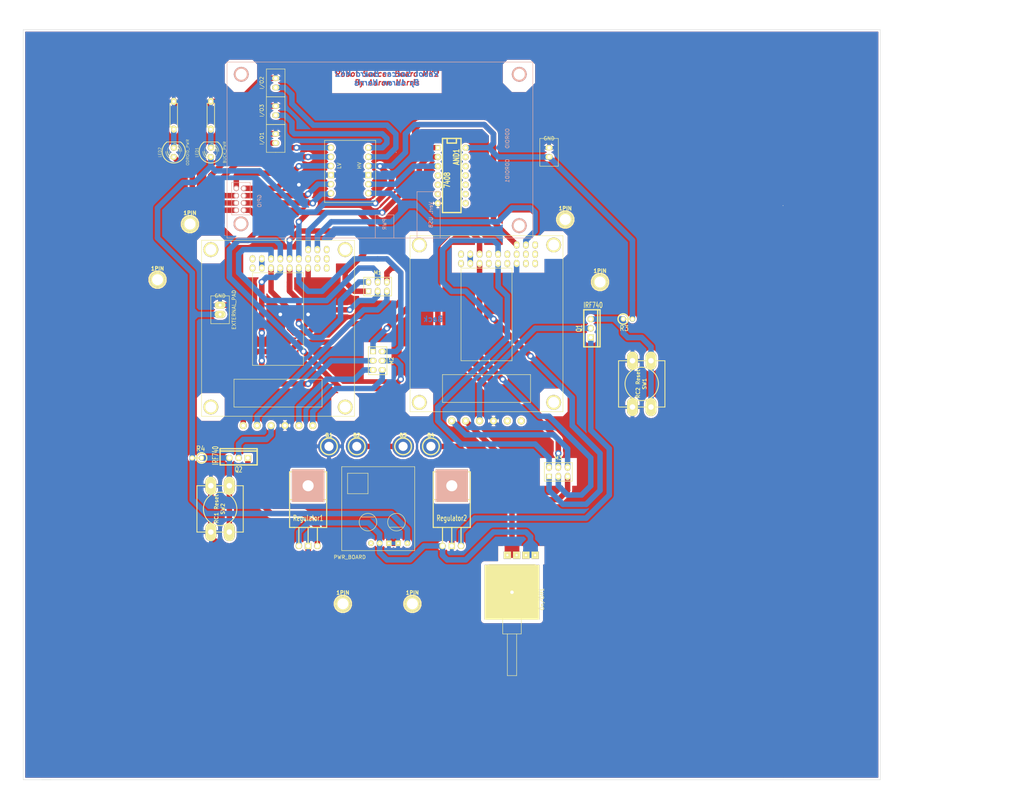
<source format=kicad_pcb>
(kicad_pcb (version 3) (host pcbnew "(2013-07-07 BZR 4022)-stable")
  (title_block (title "Robot Soccer Power & Control Board") (rev 4.1.1) (company "Norse Engineering") (comment 1 "Robot Soccer 2015") (comment 2 "produced for team Real Tucanos") (comment 3 "Roboclaw solder points on Front plane"))
  (layers (15 F.Cu signal) (0 B.Cu signal) (18 B.Paste user hide) (19 F.Paste user hide) (20 B.SilkS user hide) (21 F.SilkS user) (22 B.Mask user hide) (23 F.Mask user hide) (28 Edge.Cuts user))
  (net 0 "")
  (net 1 "12V(1)")
  (net 2 "12V(2)")
  (net 3 5V)
  (net 4 GND)
  (net 5 N-000001)
  (net 6 N-0000010)
  (net 7 N-0000012)
  (net 8 N-0000013)
  (net 9 N-0000014)
  (net 10 N-0000015)
  (net 11 N-0000016)
  (net 12 N-0000017)
  (net 13 N-0000018)
  (net 14 N-0000019)
  (net 15 N-000002)
  (net 16 N-0000020)
  (net 17 N-0000021)
  (net 18 N-0000025)
  (net 19 N-0000026)
  (net 20 N-0000028)
  (net 21 N-0000029)
  (net 22 N-000003)
  (net 23 N-0000030)
  (net 24 N-0000031)
  (net 25 N-0000033)
  (net 26 N-0000034)
  (net 27 N-0000035)
  (net 28 N-0000036)
  (net 29 N-0000037)
  (net 30 N-0000038)
  (net 31 N-0000039)
  (net 32 N-000004)
  (net 33 N-0000040)
  (net 34 N-0000041)
  (net 35 N-0000042)
  (net 36 N-0000043)
  (net 37 N-000005)
  (net 38 N-0000058)
  (net 39 N-000006)
  (net 40 N-0000060)
  (net 41 N-0000064)
  (net 42 N-000007)
  (net 43 N-000008)
  (net 44 N-000009)
  (net 45 "RCin(1)")
  (net 46 "RCin(2)")
  (module ODROID_v3 (layer B.Cu) (at 97.155 40.005 90)
    (fp_text reference ODROID1 (at -6.35 40.64 90) (layer B.SilkS) (effects (justify mirror)))
    (fp_text value ODROID (at 2.54 40.64 90) (layer B.SilkS) (effects (justify mirror)))
    (fp_text user PWR (at -20.955 6.985 270) (layer B.SilkS) (effects (justify mirror)))
    (fp_text user "Vert. USB" (at -18.415 19.685 270) (layer B.SilkS) (effects (justify mirror)))
    (fp_text user GPIO (at -14.605 -27.305 270) (layer B.SilkS) (effects (justify mirror)))
    (pad 7 thru_hole oval (at -17.145 -33.655 90) (size 1.5 1.5) (drill 0.95) (layers *.Cu *.Mask B.SilkS) (net 4 GND) (clearance 0.01))
    (pad 5 thru_hole oval (at -15.145 -33.655 90) (size 1.5 1.5) (drill 0.95) (layers *.Cu *.Mask B.SilkS) (net 34 N-0000041) (clearance 0.01))
    (pad 3 thru_hole oval (at -13.145 -33.655 90) (size 1.5 1.5) (drill 0.95) (layers *.Cu *.Mask B.SilkS) (net 27 N-0000035) (clearance 0.01))
    (pad 1 thru_hole oval (at -11.145 -33.655 90) (size 1.5 1.5) (drill 0.95) (layers *.Cu *.Mask B.SilkS) (net 26 N-0000034) (clearance 0.01))
    (pad 8 thru_hole oval (at -17.145 -31.655 90) (size 1.5 1.5) (drill 0.95) (layers *.Cu *.Mask B.SilkS) (net 28 N-0000036) (clearance 0.01))
    (pad 6 thru_hole oval (at -15.145 -31.655 90) (size 1.5 1.5) (drill 0.95) (layers *.Cu *.Mask B.SilkS) (net 23 N-0000030) (clearance 0.01))
    (pad 4 thru_hole oval (at -13.145 -31.655 90) (size 1.5 1.5) (drill 0.95) (layers *.Cu *.Mask B.SilkS) (net 24 N-0000031) (clearance 0.01))
    (pad 2 thru_hole oval (at -11.145 -31.655 90) (size 1.5 1.5) (drill 0.95) (layers *.Cu *.Mask B.SilkS) (net 25 N-0000033) (clearance 0.01))
    (pad "" thru_hole circle (at -20.865 -32.395 90) (size 4.064 4.064) (drill 3.048) (layers *.Cu *.Mask B.SilkS))
    (pad "" thru_hole circle (at 20.135 -32.295 90) (size 4.064 4.064) (drill 3.048) (layers *.Cu *.Mask B.SilkS) (clearance 1))
    (pad "" thru_hole circle (at 20.135 43.905 90) (size 4.064 4.064) (drill 3.048) (layers *.Cu *.Mask B.SilkS) (clearance 1))
    (pad "" thru_hole circle (at -21.365 43.905 90) (size 4.064 4.064) (drill 3.048) (layers *.Cu *.Mask B.SilkS) (clearance 1))
  )
  (module ROBOCLAW_V2 (layer F.Cu) (at 131.445 89.535 270)
    (fp_text reference RC2 hide)
    (fp_text value ROBOCLAW hide)
    (pad 1 thru_hole oval (at -22.86 -13.97) (size 1.5 2) (drill 0.95) (layers *.Cu *.Mask F.SilkS))
    (pad 22 thru_hole circle (at 25.4 -10.16 270) (size 2 2) (drill 1) (layers *.Cu *.Mask F.SilkS))
    (pad 23 thru_hole circle (at 25.4 -6.35 270) (size 2 2) (drill 1) (layers *.Cu *.Mask F.SilkS))
    (pad 24 thru_hole circle (at 25.4 -2.54 270) (size 2 2) (drill 1) (layers *.Cu *.Mask F.SilkS) (net 4 GND))
    (pad 25 thru_hole circle (at 25.4 1.27 270) (size 2 2) (drill 1) (layers *.Cu *.Mask F.SilkS) (net 46 "RCin(2)"))
    (pad 26 thru_hole circle (at 25.4 5.08 270) (size 2 2) (drill 1) (layers *.Cu *.Mask F.SilkS) (net 32 N-000004))
    (pad 27 thru_hole circle (at 25.4 8.89 270) (size 2 2) (drill 1) (layers *.Cu *.Mask F.SilkS) (net 37 N-000005))
    (pad 2 thru_hole oval (at -20.32 -13.97) (size 1.5 2) (drill 0.95) (layers *.Cu *.Mask F.SilkS))
    (pad 3 thru_hole oval (at -17.78 -13.97) (size 1.5 2) (drill 0.95) (layers *.Cu *.Mask F.SilkS))
    (pad 4 thru_hole oval (at -22.86 -11.43) (size 1.5 2) (drill 0.95) (layers *.Cu *.Mask F.SilkS) (net 40 N-0000060))
    (pad 5 thru_hole oval (at -20.32 -11.43) (size 1.5 2) (drill 0.95) (layers *.Cu *.Mask F.SilkS))
    (pad 6 thru_hole oval (at -17.78 -11.43) (size 1.5 2) (drill 0.95) (layers *.Cu *.Mask F.SilkS))
    (pad 7 thru_hole oval (at -22.86 -8.89) (size 1.5 2) (drill 0.95) (layers *.Cu *.Mask F.SilkS) (net 41 N-0000064))
    (pad 8 thru_hole oval (at -20.32 -8.89) (size 1.5 2) (drill 0.95) (layers *.Cu *.Mask F.SilkS))
    (pad 9 thru_hole oval (at -17.78 -8.89) (size 1.5 2) (drill 0.95) (layers *.Cu *.Mask F.SilkS) (net 4 GND))
    (pad 10 thru_hole oval (at -20.32 -6.35) (size 1.5 2) (drill 0.95) (layers *.Cu *.Mask F.SilkS))
    (pad 11 thru_hole oval (at -17.78 -6.35) (size 1.5 2) (drill 0.95) (layers *.Cu *.Mask F.SilkS))
    (pad 12 thru_hole oval (at -20.32 -3.81) (size 1.5 2) (drill 0.95) (layers *.Cu *.Mask F.SilkS) (net 11 N-0000016))
    (pad 13 thru_hole oval (at -17.78 -3.81) (size 1.5 2) (drill 0.95) (layers *.Cu *.Mask F.SilkS) (net 10 N-0000015))
    (pad 14 thru_hole oval (at -20.32 -1.27) (size 1.5 2) (drill 0.95) (layers *.Cu *.Mask F.SilkS))
    (pad 15 thru_hole oval (at -17.78 -1.27) (size 1.5 2) (drill 0.95) (layers *.Cu *.Mask F.SilkS))
    (pad 16 thru_hole oval (at -20.32 1.27) (size 1.5 2) (drill 0.95) (layers *.Cu *.Mask F.SilkS) (net 14 N-0000019))
    (pad 17 thru_hole oval (at -17.78 1.27) (size 1.5 2) (drill 0.95) (layers *.Cu *.Mask F.SilkS) (net 13 N-0000018))
    (pad 18 thru_hole oval (at -20.32 3.81) (size 1.5 2) (drill 0.95) (layers *.Cu *.Mask F.SilkS) (net 35 N-0000042))
    (pad 19 thru_hole oval (at -17.78 3.81) (size 1.5 2) (drill 0.95) (layers *.Cu *.Mask F.SilkS) (net 35 N-0000042))
    (pad 20 thru_hole oval (at -20.32 6.35) (size 1.5 2) (drill 0.95) (layers *.Cu *.Mask F.SilkS))
    (pad 21 thru_hole oval (at -17.78 6.35) (size 1.5 2) (drill 0.95) (layers *.Cu *.Mask F.SilkS))
    (pad "" thru_hole circle (at -22.86 -19.05 270) (size 4.064 4.064) (drill 3.048) (layers *.Cu *.Mask F.SilkS) (clearance 1))
    (pad "" thru_hole circle (at 20.32 -19.05 270) (size 4.064 4.064) (drill 3.048) (layers *.Cu *.Mask F.SilkS) (clearance 1))
    (pad "" thru_hole circle (at -22.86 17.78 270) (size 4.064 4.064) (drill 3.048) (layers *.Cu *.Mask F.SilkS) (clearance 1))
    (pad "" thru_hole circle (at 20.32 17.78 270) (size 4.064 4.064) (drill 3.048) (layers *.Cu *.Mask F.SilkS) (clearance 1))
  )
  (module ROBOCLAW_V2 (layer F.Cu) (at 74.295 90.805 270)
    (fp_text reference RC1 hide)
    (fp_text value ROBOCLAW hide)
    (pad 1 thru_hole oval (at -22.86 -13.97) (size 1.5 2) (drill 0.95) (layers *.Cu *.Mask F.SilkS))
    (pad 22 thru_hole circle (at 25.4 -10.16 270) (size 2 2) (drill 1) (layers *.Cu *.Mask F.SilkS) (net 22 N-000003))
    (pad 23 thru_hole circle (at 25.4 -6.35 270) (size 2 2) (drill 1) (layers *.Cu *.Mask F.SilkS) (net 15 N-000002))
    (pad 24 thru_hole circle (at 25.4 -2.54 270) (size 2 2) (drill 1) (layers *.Cu *.Mask F.SilkS) (net 4 GND))
    (pad 25 thru_hole circle (at 25.4 1.27 270) (size 2 2) (drill 1) (layers *.Cu *.Mask F.SilkS) (net 45 "RCin(1)"))
    (pad 26 thru_hole circle (at 25.4 5.08 270) (size 2 2) (drill 1) (layers *.Cu *.Mask F.SilkS) (net 7 N-0000012))
    (pad 27 thru_hole circle (at 25.4 8.89 270) (size 2 2) (drill 1) (layers *.Cu *.Mask F.SilkS) (net 5 N-000001))
    (pad 2 thru_hole oval (at -20.32 -13.97) (size 1.5 2) (drill 0.95) (layers *.Cu *.Mask F.SilkS))
    (pad 3 thru_hole oval (at -17.78 -13.97) (size 1.5 2) (drill 0.95) (layers *.Cu *.Mask F.SilkS))
    (pad 4 thru_hole oval (at -22.86 -11.43) (size 1.5 2) (drill 0.95) (layers *.Cu *.Mask F.SilkS) (net 40 N-0000060))
    (pad 5 thru_hole oval (at -20.32 -11.43) (size 1.5 2) (drill 0.95) (layers *.Cu *.Mask F.SilkS))
    (pad 6 thru_hole oval (at -17.78 -11.43) (size 1.5 2) (drill 0.95) (layers *.Cu *.Mask F.SilkS))
    (pad 7 thru_hole oval (at -22.86 -8.89) (size 1.5 2) (drill 0.95) (layers *.Cu *.Mask F.SilkS) (net 38 N-0000058))
    (pad 8 thru_hole oval (at -20.32 -8.89) (size 1.5 2) (drill 0.95) (layers *.Cu *.Mask F.SilkS))
    (pad 9 thru_hole oval (at -17.78 -8.89) (size 1.5 2) (drill 0.95) (layers *.Cu *.Mask F.SilkS) (net 4 GND))
    (pad 10 thru_hole oval (at -20.32 -6.35) (size 1.5 2) (drill 0.95) (layers *.Cu *.Mask F.SilkS) (net 9 N-0000014))
    (pad 11 thru_hole oval (at -17.78 -6.35) (size 1.5 2) (drill 0.95) (layers *.Cu *.Mask F.SilkS) (net 8 N-0000013))
    (pad 12 thru_hole oval (at -20.32 -3.81) (size 1.5 2) (drill 0.95) (layers *.Cu *.Mask F.SilkS) (net 17 N-0000021))
    (pad 13 thru_hole oval (at -17.78 -3.81) (size 1.5 2) (drill 0.95) (layers *.Cu *.Mask F.SilkS) (net 16 N-0000020))
    (pad 14 thru_hole oval (at -20.32 -1.27) (size 1.5 2) (drill 0.95) (layers *.Cu *.Mask F.SilkS) (net 44 N-000009))
    (pad 15 thru_hole oval (at -17.78 -1.27) (size 1.5 2) (drill 0.95) (layers *.Cu *.Mask F.SilkS) (net 12 N-0000017))
    (pad 16 thru_hole oval (at -20.32 1.27) (size 1.5 2) (drill 0.95) (layers *.Cu *.Mask F.SilkS) (net 39 N-000006))
    (pad 17 thru_hole oval (at -17.78 1.27) (size 1.5 2) (drill 0.95) (layers *.Cu *.Mask F.SilkS) (net 42 N-000007))
    (pad 18 thru_hole oval (at -20.32 3.81) (size 1.5 2) (drill 0.95) (layers *.Cu *.Mask F.SilkS) (net 36 N-0000043))
    (pad 19 thru_hole oval (at -17.78 3.81) (size 1.5 2) (drill 0.95) (layers *.Cu *.Mask F.SilkS) (net 36 N-0000043))
    (pad 20 thru_hole oval (at -20.32 6.35) (size 1.5 2) (drill 0.95) (layers *.Cu *.Mask F.SilkS))
    (pad 21 thru_hole oval (at -17.78 6.35) (size 1.5 2) (drill 0.95) (layers *.Cu *.Mask F.SilkS))
    (pad "" thru_hole circle (at -22.86 -19.05 270) (size 4.064 4.064) (drill 3.048) (layers *.Cu *.Mask F.SilkS) (clearance 0.5))
    (pad "" thru_hole circle (at 20.32 -19.05 270) (size 4.064 4.064) (drill 3.048) (layers *.Cu *.Mask F.SilkS) (clearance 1))
    (pad "" thru_hole circle (at -22.86 17.78 270) (size 4.064 4.064) (drill 3.048) (layers *.Cu *.Mask F.SilkS) (clearance 1))
    (pad "" thru_hole circle (at 20.32 17.78 270) (size 4.064 4.064) (drill 3.048) (layers *.Cu *.Mask F.SilkS) (clearance 1))
  )
  (module IO_Foot_Dual (layer F.Cu) (at 59.055 85.725 90)
    (fp_text reference 5v2 hide)
    (fp_text value EXTERNAL_PAD (at 1.27 3.81 90) (layer F.SilkS))
    (fp_text user GND (at 5.08 0 180) (layer F.SilkS))
    (pad 1 thru_hole oval (at 0 0 90) (size 2 3) (drill 0.8128) (layers *.Cu *.Mask F.SilkS) (net 3 5V))
    (pad 2 thru_hole oval (at 2.54 0 90) (size 2 3) (drill 0.8128) (layers *.Cu *.Mask F.SilkS) (net 4 GND))
  )
  (module R3 (layer F.Cu) (at 46.355 31.115 90)
    (fp_text reference R2 hide)
    (fp_text value 150Ohm hide)
    (pad 1 thru_hole oval (at -3.81 0 90) (size 2 1.5) (drill 0.8128) (layers *.Cu *.Mask F.SilkS) (net 29 N-0000037))
    (pad 2 thru_hole oval (at 3.81 0 90) (size 2 1.5) (drill 0.8128) (layers *.Cu *.Mask F.SilkS) (net 4 GND))
  )
  (module R3 (layer F.Cu) (at 56.515 31.115 90)
    (fp_text reference R1 hide)
    (fp_text value 150Ohm hide)
    (pad 1 thru_hole oval (at -3.81 0 90) (size 2 1.5) (drill 0.8128) (layers *.Cu *.Mask F.SilkS) (net 43 N-000008))
    (pad 2 thru_hole oval (at 3.81 0 90) (size 2 1.5) (drill 0.8128) (layers *.Cu *.Mask F.SilkS) (net 4 GND))
  )
  (module PowerBoard (layer F.Cu) (at 112.395 150.495 180)
    (fp_text reference PB1 hide)
    (fp_text value PWR_BOARD (at 17.8 -1.8 180) (layer F.SilkS))
    (pad 1 thru_hole circle (at 2 2 180) (size 1.55 1.55) (drill 0.6) (layers *.Cu *.Mask F.SilkS) (net 3 5V))
    (pad 2 thru_hole rect (at 4.54 2 180) (size 1.55 1.55) (drill 0.6) (layers *.Cu *.Mask F.SilkS) (net 4 GND))
    (pad 3 thru_hole rect (at 7.08 2 180) (size 1.55 1.55) (drill 0.6) (layers *.Cu *.Mask F.SilkS) (net 4 GND))
    (pad 4 thru_hole circle (at 9.62 2 180) (size 1.55 1.55) (drill 0.6) (layers *.Cu *.Mask F.SilkS) (net 31 N-0000039))
    (pad 5 thru_hole circle (at 12 2 180) (size 1.55 1.55) (drill 0.6) (layers *.Cu *.Mask F.SilkS))
  )
  (module Logic_lvl_SparkFun (layer F.Cu) (at 99.695 40.005 270)
    (fp_text reference LLC1 hide)
    (fp_text value LOGIC_LEVEL_CONVERTER hide)
    (fp_text user LV (at 4.95 7.99 270) (layer F.SilkS))
    (fp_text user HV (at 4.89 2.45 270) (layer F.SilkS))
    (pad 1 thru_hole circle (at 0 0 270) (size 1.75 1.75) (drill 1) (layers *.Cu *.Mask F.SilkS) (net 30 N-0000038))
    (pad 2 thru_hole circle (at 2.5 0 270) (size 1.75 1.75) (drill 1) (layers *.Cu *.Mask F.SilkS) (net 33 N-0000040))
    (pad 3 thru_hole circle (at 5 0 270) (size 1.75 1.75) (drill 1) (layers *.Cu *.Mask F.SilkS) (net 3 5V))
    (pad 4 thru_hole rect (at 7.5 0 270) (size 1.75 1.75) (drill 1) (layers *.Cu *.Mask F.SilkS) (net 4 GND))
    (pad 5 thru_hole circle (at 10 0 270) (size 1.75 1.75) (drill 1) (layers *.Cu *.Mask F.SilkS) (net 6 N-0000010))
    (pad 6 thru_hole circle (at 12.5 0 270) (size 1.75 1.75) (drill 1) (layers *.Cu *.Mask F.SilkS) (net 40 N-0000060))
    (pad 7 thru_hole circle (at 0 10.24 270) (size 1.75 1.75) (drill 1) (layers *.Cu *.Mask F.SilkS) (net 27 N-0000035))
    (pad 8 thru_hole circle (at 2.5 10.24 270) (size 1.75 1.75) (drill 1) (layers *.Cu *.Mask F.SilkS) (net 26 N-0000034))
    (pad 9 thru_hole circle (at 5 10.24 270) (size 1.75 1.75) (drill 1) (layers *.Cu *.Mask F.SilkS) (net 25 N-0000033))
    (pad 10 thru_hole rect (at 7.5 10.24 270) (size 1.75 1.75) (drill 1) (layers *.Cu *.Mask F.SilkS) (net 4 GND))
    (pad 11 thru_hole circle (at 10 10.24 270) (size 1.75 1.75) (drill 1) (layers *.Cu *.Mask F.SilkS) (net 24 N-0000031))
    (pad 12 thru_hole circle (at 12.5 10.24 270) (size 1.75 1.75) (drill 1) (layers *.Cu *.Mask F.SilkS) (net 23 N-0000030))
  )
  (module LED5MM (layer F.Cu) (at 56.515 41.275 90)
    (fp_text reference LED1 (at 0 -3.81 90) (layer F.SilkS) (effects (font (size 0.762 0.762) (thickness 0.0889))))
    (fp_text value BUCK_PWR (at 0 3.81 90) (layer F.SilkS) (effects (font (size 0.762 0.762) (thickness 0.0889))))
    (pad 1 thru_hole circle (at -1.27 0 90) (size 1.6764 1.6764) (drill 0.8128) (layers *.Cu *.Mask F.SilkS) (net 3 5V))
    (pad 2 thru_hole circle (at 1.27 0 90) (size 1.6764 1.6764) (drill 0.8128) (layers *.Cu *.Mask F.SilkS) (net 43 N-000008))
  )
  (module LED5MM (layer F.Cu) (at 46.355 41.275 90)
    (fp_text reference LED2 (at 0 -3.81 90) (layer F.SilkS) (effects (font (size 0.762 0.762) (thickness 0.0889))))
    (fp_text value ODROID_PWR (at 0 3.81 90) (layer F.SilkS) (effects (font (size 0.762 0.762) (thickness 0.0889))))
    (pad 1 thru_hole circle (at -1.27 0 90) (size 1.6764 1.6764) (drill 0.8128) (layers *.Cu *.Mask F.SilkS) (net 28 N-0000036))
    (pad 2 thru_hole circle (at 1.27 0 90) (size 1.6764 1.6764) (drill 0.8128) (layers *.Cu *.Mask F.SilkS) (net 29 N-0000037))
  )
  (module IO_Foot_Dual (layer F.Cu) (at 74.295 38.735 90)
    (fp_text reference I/O1 (at 1.27 -3.81 90) (layer F.SilkS))
    (fp_text value PAD hide)
    (pad 1 thru_hole oval (at 0 0 90) (size 1.5 2) (drill 0.95) (layers *.Cu *.Mask F.SilkS) (net 34 N-0000041))
    (pad 2 thru_hole oval (at 2.54 0 90) (size 1.5 2) (drill 0.95) (layers *.Cu *.Mask F.SilkS) (net 4 GND))
  )
  (module IO_Foot_Dual (layer F.Cu) (at 74.295 23.495 90)
    (fp_text reference I/O2 (at 1.27 -3.81 90) (layer F.SilkS))
    (fp_text value EXTERNAL_PAD hide)
    (pad 1 thru_hole oval (at 0 0 90) (size 1.5 2) (drill 0.95) (layers *.Cu *.Mask F.SilkS) (net 33 N-0000040))
    (pad 2 thru_hole oval (at 2.54 0 90) (size 1.5 2) (drill 0.95) (layers *.Cu *.Mask F.SilkS) (net 4 GND))
  )
  (module IO_Foot_Dual (layer F.Cu) (at 74.295 31.115 90)
    (fp_text reference I/O3 (at 1.27 -3.81 90) (layer F.SilkS))
    (fp_text value EXTERNAL_PAD hide)
    (pad 1 thru_hole oval (at 0 0 90) (size 1.5 2) (drill 0.95) (layers *.Cu *.Mask F.SilkS) (net 30 N-0000038))
    (pad 2 thru_hole oval (at 2.54 0 90) (size 1.5 2) (drill 0.95) (layers *.Cu *.Mask F.SilkS) (net 4 GND))
  )
  (module DIP-14__300 (layer F.Cu) (at 122.555 47.625 270)
    (fp_text reference AND1 (at -5.08 -1.27 270) (layer F.SilkS) (effects (font (size 1.524 1.143) (thickness 0.3048))))
    (fp_text value 7408 (at 1.27 1.27 270) (layer F.SilkS) (effects (font (size 1.524 1.143) (thickness 0.3048))))
    (pad 1 thru_hole rect (at -7.62 3.81 270) (size 1.397 1.397) (drill 0.8128) (layers *.Cu *.Mask F.SilkS) (net 41 N-0000064))
    (pad 2 thru_hole circle (at -5.08 3.81 270) (size 1.75 1.75) (drill 0.8128) (layers *.Cu *.Mask F.SilkS) (net 38 N-0000058))
    (pad 3 thru_hole circle (at -2.54 3.81 270) (size 1.75 1.75) (drill 0.8128) (layers *.Cu *.Mask F.SilkS) (net 6 N-0000010))
    (pad 4 thru_hole circle (at 0 3.81 270) (size 1.75 1.75) (drill 0.8128) (layers *.Cu *.Mask F.SilkS))
    (pad 5 thru_hole circle (at 2.54 3.81 270) (size 1.75 1.75) (drill 0.8128) (layers *.Cu *.Mask F.SilkS))
    (pad 6 thru_hole circle (at 5.08 3.81 270) (size 1.75 1.75) (drill 0.8128) (layers *.Cu *.Mask F.SilkS))
    (pad 7 thru_hole circle (at 7.62 3.81 270) (size 1.75 1.75) (drill 0.8128) (layers *.Cu *.Mask F.SilkS) (net 4 GND))
    (pad 8 thru_hole circle (at 7.62 -3.81 270) (size 1.75 1.75) (drill 0.8128) (layers *.Cu *.Mask F.SilkS))
    (pad 9 thru_hole circle (at 5.08 -3.81 270) (size 1.75 1.75) (drill 0.8128) (layers *.Cu *.Mask F.SilkS))
    (pad 10 thru_hole circle (at 2.54 -3.81 270) (size 1.75 1.75) (drill 0.8128) (layers *.Cu *.Mask F.SilkS))
    (pad 11 thru_hole circle (at 0 -3.81 270) (size 1.75 1.75) (drill 0.8128) (layers *.Cu *.Mask F.SilkS))
    (pad 12 thru_hole circle (at -2.54 -3.81 270) (size 1.75 1.75) (drill 0.8128) (layers *.Cu *.Mask F.SilkS))
    (pad 13 thru_hole circle (at -5.08 -3.81 270) (size 1.75 1.75) (drill 0.8128) (layers *.Cu *.Mask F.SilkS))
    (pad 14 thru_hole circle (at -7.62 -3.81 270) (size 1.75 1.75) (drill 0.8128) (layers *.Cu *.Mask F.SilkS) (net 3 5V))
  )
  (module 1pin (layer F.Cu) (at 88.9 121.92)
    (fp_text reference B1 (at 0 -3.048) (layer F.SilkS) (effects (font (size 1.016 1.016) (thickness 0.254))))
    (fp_text value PWR hide)
    (pad 1 thru_hole oval (at 0 0) (size 6 6) (drill 2.5) (layers *.Cu) (net 4 GND))
  )
  (module 1pin (layer F.Cu) (at 96.52 121.92)
    (fp_text reference B2 (at 0 -3.048) (layer F.SilkS) (effects (font (size 1.016 1.016) (thickness 0.254))))
    (fp_text value PWR hide)
    (pad 1 thru_hole circle (at 0 0) (size 6 6) (drill 2.5) (layers *.Cu) (net 19 N-0000026))
  )
  (module 1pin (layer F.Cu) (at 109.22 121.92)
    (fp_text reference B3 (at 0 -3.048) (layer F.SilkS) (effects (font (size 1.016 1.016) (thickness 0.254))))
    (fp_text value PWR hide)
    (pad 1 thru_hole circle (at 0 0) (size 6 6) (drill 2.5) (layers *.Cu) (net 19 N-0000026))
  )
  (module 1pin (layer F.Cu) (at 116.84 121.92)
    (fp_text reference B4 (at 0 -3.048) (layer F.SilkS) (effects (font (size 1.016 1.016) (thickness 0.254))))
    (fp_text value PWR hide)
    (pad 1 thru_hole circle (at 0 0) (size 6 6) (drill 2.5) (layers *.Cu) (net 18 N-0000025))
  )
  (module Power_Switch_Custom (layer F.Cu) (at 138.43 162.56 270)
    (fp_text reference On/Off1 (at 1.27 -8.89 270) (layer F.SilkS))
    (fp_text value SPST hide)
    (pad 1 thru_hole rect (at -10.795 0.635) (size 2 2) (drill 0.6) (layers *.Cu *.Mask F.SilkS) (net 18 N-0000025) (clearance 0.001))
    (pad 1 thru_hole rect (at -10.795 -1.905) (size 2 2) (drill 0.6) (layers *.Cu *.Mask F.SilkS) (net 18 N-0000025) (clearance 0.001))
    (pad 2 thru_hole rect (at -10.795 -4.445) (size 2 2) (drill 0.6) (layers *.Cu *.Mask F.SilkS) (net 31 N-0000039) (clearance 0.001))
    (pad 2 thru_hole rect (at -10.795 -6.985) (size 2 2) (drill 0.6) (layers *.Cu *.Mask F.SilkS) (net 31 N-0000039) (clearance 0.001))
    (pad "" thru_hole rect (at -0.635 -0.635) (size 15 15) (drill 0.95) (layers *.Cu *.Mask F.SilkS) (clearance 1))
  )
  (module pin_array_3x2 (layer F.Cu) (at 102.235 78.105)
    (fp_text reference M1 (at 0 -3.81) (layer F.SilkS) (effects (font (size 1.016 1.016) (thickness 0.2032))))
    (fp_text value M1 hide)
    (pad 1 thru_hole rect (at -2.54 1.27) (size 1.524 1.524) (drill 1.016) (layers *.Cu *.Mask F.SilkS) (net 17 N-0000021))
    (pad 2 thru_hole oval (at -2.54 -1.27) (size 1.5 2) (drill 0.95) (layers *.Cu *.Mask F.SilkS) (net 16 N-0000020))
    (pad 3 thru_hole oval (at 0 1.27) (size 1.5 2) (drill 0.95) (layers *.Cu *.Mask F.SilkS) (net 42 N-000007))
    (pad 4 thru_hole oval (at 0 -1.27) (size 1.5 2) (drill 0.95) (layers *.Cu *.Mask F.SilkS) (net 39 N-000006))
    (pad 5 thru_hole oval (at 2.54 1.27) (size 1.5 2) (drill 0.95) (layers *.Cu *.Mask F.SilkS) (net 7 N-0000012))
    (pad 6 thru_hole oval (at 2.54 -1.27) (size 1.5 2) (drill 0.95) (layers *.Cu *.Mask F.SilkS) (net 5 N-000001))
  )
  (module pin_array_3x2 (layer F.Cu) (at 102.235 98.425 270)
    (fp_text reference M2 (at 0 -3.81 270) (layer F.SilkS) (effects (font (size 1.016 1.016) (thickness 0.2032))))
    (fp_text value M2 hide)
    (pad 1 thru_hole rect (at -2.54 1.27 270) (size 1.524 1.524) (drill 1.016) (layers *.Cu *.Mask F.SilkS) (net 9 N-0000014))
    (pad 2 thru_hole oval (at -2.54 -1.27 270) (size 1.5 2) (drill 0.95) (layers *.Cu *.Mask F.SilkS) (net 8 N-0000013))
    (pad 3 thru_hole oval (at 0 1.27 270) (size 1.5 2) (drill 0.95) (layers *.Cu *.Mask F.SilkS) (net 12 N-0000017))
    (pad 4 thru_hole oval (at 0 -1.27 270) (size 1.5 2) (drill 0.95) (layers *.Cu *.Mask F.SilkS) (net 44 N-000009))
    (pad 5 thru_hole oval (at 2.54 1.27 270) (size 1.5 2) (drill 0.95) (layers *.Cu *.Mask F.SilkS) (net 15 N-000002))
    (pad 6 thru_hole oval (at 2.54 -1.27 270) (size 1.5 2) (drill 0.95) (layers *.Cu *.Mask F.SilkS) (net 22 N-000003))
  )
  (module pin_array_3x2 (layer F.Cu) (at 151.765 128.905)
    (fp_text reference M3 (at 0 -3.81) (layer F.SilkS) (effects (font (size 1.016 1.016) (thickness 0.2032))))
    (fp_text value M3 hide)
    (pad 1 thru_hole rect (at -2.54 1.27) (size 1.524 1.524) (drill 1.016) (layers *.Cu *.Mask F.SilkS) (net 11 N-0000016))
    (pad 2 thru_hole oval (at -2.54 -1.27) (size 1.5 2) (drill 0.95) (layers *.Cu *.Mask F.SilkS) (net 10 N-0000015))
    (pad 3 thru_hole oval (at 0 1.27) (size 1.5 2) (drill 0.95) (layers *.Cu *.Mask F.SilkS) (net 13 N-0000018))
    (pad 4 thru_hole oval (at 0 -1.27) (size 1.5 2) (drill 0.95) (layers *.Cu *.Mask F.SilkS) (net 14 N-0000019))
    (pad 5 thru_hole oval (at 2.54 1.27) (size 1.5 2) (drill 0.95) (layers *.Cu *.Mask F.SilkS) (net 32 N-000004))
    (pad 6 thru_hole oval (at 2.54 -1.27) (size 1.5 2) (drill 0.95) (layers *.Cu *.Mask F.SilkS) (net 37 N-000005))
  )
  (module IO_Foot_Dual (layer F.Cu) (at 149.225 42.545 90)
    (fp_text reference 5v1 hide)
    (fp_text value EXTERNAL_PAD hide)
    (fp_text user GND (at 5.08 0 180) (layer F.SilkS))
    (pad 1 thru_hole oval (at 0 0 90) (size 1.5 2) (drill 0.95) (layers *.Cu *.Mask F.SilkS) (net 3 5V))
    (pad 2 thru_hole oval (at 2.54 0 90) (size 1.5 2) (drill 0.95) (layers *.Cu *.Mask F.SilkS) (net 4 GND))
  )
  (module Custom_LM7812 (layer F.Cu) (at 83.185 149.225 90)
    (fp_text reference Regulator1 (at 7.62 0 180) (layer F.SilkS) (effects (font (size 1.524 1.016) (thickness 0.2032))))
    (fp_text value V_REG_78XXTO-92 hide)
    (pad "" thru_hole rect (at 16.51 0 90) (size 8.89 8.89) (drill 3.048) (layers *.Cu *.SilkS *.Mask))
    (pad 2 thru_hole circle (at 0 -2.54 90) (size 1.778 1.778) (drill 1.143) (layers *.Cu *.Mask F.SilkS) (net 31 N-0000039))
    (pad 1 thru_hole rect (at 0 0 90) (size 1.778 1.778) (drill 1.143) (layers *.Cu *.Mask F.SilkS) (net 4 GND))
    (pad 3 thru_hole circle (at 0 2.54 90) (size 1.778 1.778) (drill 1.143) (layers *.Cu *.Mask F.SilkS) (net 1 "12V(1)"))
  )
  (module Custom_LM7812 (layer F.Cu) (at 122.555 149.225 90)
    (fp_text reference Regulator2 (at 7.62 0 180) (layer F.SilkS) (effects (font (size 1.524 1.016) (thickness 0.2032))))
    (fp_text value V_REG_78XXTO-92 hide)
    (pad "" thru_hole rect (at 16.51 0 90) (size 8.89 8.89) (drill 3.048) (layers *.Cu *.SilkS *.Mask))
    (pad 2 thru_hole circle (at 0 -2.54 90) (size 1.778 1.778) (drill 1.143) (layers *.Cu *.Mask F.SilkS) (net 31 N-0000039))
    (pad 1 thru_hole rect (at 0 0 90) (size 1.778 1.778) (drill 1.143) (layers *.Cu *.Mask F.SilkS) (net 4 GND) (clearance 0.001))
    (pad 3 thru_hole circle (at 0 2.54 90) (size 1.778 1.778) (drill 1.143) (layers *.Cu *.Mask F.SilkS) (net 2 "12V(2)"))
  )
  (module TO220_VERT (layer F.Cu) (at 160.655 89.535)
    (fp_text reference Q1 (at -3.175 0 90) (layer F.SilkS) (effects (font (size 1.524 1.016) (thickness 0.2032))))
    (fp_text value IRF740 (at 0.635 -6.35) (layer F.SilkS) (effects (font (size 1.524 1.016) (thickness 0.2032))))
    (pad 2 thru_hole circle (at 0 -2.54) (size 1.778 1.778) (drill 1.016) (layers *.Cu *.Mask F.SilkS) (net 21 N-0000029))
    (pad 3 thru_hole circle (at 0 0) (size 1.778 1.778) (drill 1.016) (layers *.Cu *.Mask F.SilkS) (net 46 "RCin(2)"))
    (pad 1 thru_hole rect (at 0 2.54) (size 1.778 1.778) (drill 1.016) (layers *.Cu *.Mask F.SilkS) (net 2 "12V(2)"))
  )
  (module TO220_VERT (layer F.Cu) (at 64.135 125.095 90)
    (fp_text reference Q2 (at -3.175 0 180) (layer F.SilkS) (effects (font (size 1.524 1.016) (thickness 0.2032))))
    (fp_text value IRF740 (at 0.635 -6.35 90) (layer F.SilkS) (effects (font (size 1.524 1.016) (thickness 0.2032))))
    (pad 2 thru_hole circle (at 0 -2.54 90) (size 1.778 1.778) (drill 1.016) (layers *.Cu *.Mask F.SilkS) (net 20 N-0000028))
    (pad 3 thru_hole circle (at 0 0 90) (size 1.778 1.778) (drill 1.016) (layers *.Cu *.Mask F.SilkS) (net 45 "RCin(1)"))
    (pad 1 thru_hole rect (at 0 2.54 90) (size 1.778 1.778) (drill 1.016) (layers *.Cu *.Mask F.SilkS) (net 1 "12V(1)"))
  )
  (module R1 (layer F.Cu) (at 52.705 125.095 180)
    (fp_text reference R4 (at -1.016 2.54 180) (layer F.SilkS) (effects (font (size 1.397 1.27) (thickness 0.2032))))
    (fp_text value "470 Ohm" hide)
    (pad 1 thru_hole circle (at -1.27 0 180) (size 1.397 1.397) (drill 0.8128) (layers *.Cu *.Mask F.SilkS) (net 20 N-0000028))
    (pad 2 thru_hole circle (at 1.27 0 180) (size 1.397 1.397) (drill 0.8128) (layers *.Cu *.Mask F.SilkS) (net 3 5V))
  )
  (module R1 (layer F.Cu) (at 170.815 86.995)
    (fp_text reference R3 (at -1.016 2.54) (layer F.SilkS) (effects (font (size 1.397 1.27) (thickness 0.2032))))
    (fp_text value "470 Ohm" hide)
    (pad 1 thru_hole circle (at -1.27 0) (size 1.397 1.397) (drill 0.8128) (layers *.Cu *.Mask F.SilkS) (net 21 N-0000029))
    (pad 2 thru_hole circle (at 1.27 0) (size 1.397 1.397) (drill 0.8128) (layers *.Cu *.Mask F.SilkS) (net 3 5V))
  )
  (module SW_PUSH-12mm (layer F.Cu) (at 59.055 139.065 270)
    (fp_text reference SW2 (at 0 -0.762 270) (layer F.SilkS) (effects (font (size 1.016 1.016) (thickness 0.2032))))
    (fp_text value "RC1 Reset" (at 0 1.016 270) (layer F.SilkS) (effects (font (size 1.016 1.016) (thickness 0.2032))))
    (pad 1 thru_hole oval (at 6.35 -2.54 270) (size 5 3) (drill 1.5) (layers *.Cu *.Mask F.SilkS) (net 20 N-0000028))
    (pad 2 thru_hole oval (at 6.35 2.54 270) (size 5 3) (drill 1.5) (layers *.Cu *.Mask F.SilkS) (net 4 GND))
    (pad 1 thru_hole oval (at -6.35 -2.54 270) (size 5 3) (drill 1.5) (layers *.Cu *.Mask F.SilkS) (net 20 N-0000028))
    (pad 2 thru_hole oval (at -6.35 2.54 270) (size 5 3) (drill 1.5) (layers *.Cu *.Mask F.SilkS) (net 4 GND))
  )
  (module SW_PUSH-12mm (layer F.Cu) (at 174.625 104.775 270)
    (fp_text reference SW1 (at 0 -0.762 270) (layer F.SilkS) (effects (font (size 1.016 1.016) (thickness 0.2032))))
    (fp_text value "RC2 Reset" (at 0 1.016 270) (layer F.SilkS) (effects (font (size 1.016 1.016) (thickness 0.2032))))
    (pad 1 thru_hole oval (at 6.35 -2.54 270) (size 5 3) (drill 1.5) (layers *.Cu *.Mask F.SilkS) (net 21 N-0000029))
    (pad 2 thru_hole oval (at 6.35 2.54 270) (size 5 3) (drill 1.5) (layers *.Cu *.Mask F.SilkS) (net 4 GND))
    (pad 1 thru_hole oval (at -6.35 -2.54 270) (size 5 3) (drill 1.5) (layers *.Cu *.Mask F.SilkS) (net 21 N-0000029))
    (pad 2 thru_hole oval (at -6.35 2.54 270) (size 5 3) (drill 1.5) (layers *.Cu *.Mask F.SilkS) (net 4 GND))
  )
  (module 1pin (layer F.Cu) (at 163.195 76.835)
    (fp_text reference 1PIN (at 0 -3.048) (layer F.SilkS) (effects (font (size 1.016 1.016) (thickness 0.254))))
    (fp_text value P*** hide)
    (pad 1 thru_hole circle (at 0 0) (size 4.064 4.064) (drill 3.048) (layers *.Cu *.Mask F.SilkS))
  )
  (module 1pin (layer F.Cu) (at 153.67 59.69)
    (fp_text reference 1PIN (at 0 -3.048) (layer F.SilkS) (effects (font (size 1.016 1.016) (thickness 0.254))))
    (fp_text value P*** hide)
    (pad 1 thru_hole circle (at 0 0) (size 4.064 4.064) (drill 3.048) (layers *.Cu *.Mask F.SilkS))
  )
  (module 1pin (layer F.Cu) (at 50.8 60.96)
    (fp_text reference 1PIN (at 0 -3.048) (layer F.SilkS) (effects (font (size 1.016 1.016) (thickness 0.254))))
    (fp_text value P*** hide)
    (pad 1 thru_hole circle (at 0 0) (size 4.064 4.064) (drill 3.048) (layers *.Cu *.Mask F.SilkS))
  )
  (module 1pin (layer F.Cu) (at 41.91 76.2)
    (fp_text reference 1PIN (at 0 -3.048) (layer F.SilkS) (effects (font (size 1.016 1.016) (thickness 0.254))))
    (fp_text value P*** hide)
    (pad 1 thru_hole circle (at 0 0) (size 4.064 4.064) (drill 3.048) (layers *.Cu *.Mask F.SilkS))
  )
  (module 1pin (layer F.Cu) (at 92.71 165.1)
    (fp_text reference 1PIN (at 0 -3.048) (layer F.SilkS) (effects (font (size 1.016 1.016) (thickness 0.254))))
    (fp_text value P*** hide)
    (pad 1 thru_hole circle (at 0 0) (size 4.064 4.064) (drill 3.048) (layers *.Cu *.Mask F.SilkS))
  )
  (module 1pin (layer F.Cu) (at 111.76 165.1)
    (fp_text reference 1PIN (at 0 -3.048) (layer F.SilkS) (effects (font (size 1.016 1.016) (thickness 0.254))))
    (fp_text value P*** hide)
    (pad 1 thru_hole circle (at 0 0) (size 4.064 4.064) (drill 3.048) (layers *.Cu *.Mask F.SilkS))
  )
  (gr_text "Robot Soccer Board MK2\nBy Aaron Norris" (at 104.775 20.955) (layer F.Cu) (effects (font (size 1.5 1.5) (thickness 0.3) italic)))
  (gr_text "Robot Soccer Board MK2\nBy Aaron Norris" (at 104.775 20.955) (layer B.Cu) (effects (font (size 1.5 1.5) (thickness 0.3) italic) (justify mirror)))
  (gr_line (start 5.08 213.36) (end 12.7 213.36) (angle 90) (layer Edge.Cuts) (width 0.1))
  (gr_line (start 5.08 7.62) (end 5.08 213.36) (angle 90) (layer Edge.Cuts) (width 0.1))
  (gr_line (start 240.03 7.62) (end 5.08 7.62) (angle 90) (layer Edge.Cuts) (width 0.1))
  (gr_line (start 240.03 213.36) (end 240.03 7.62) (angle 90) (layer Edge.Cuts) (width 0.1))
  (gr_line (start 213.36 213.36) (end 240.03 213.36) (angle 90) (layer Edge.Cuts) (width 0.1))
  (gr_line (start 213.36 213.36) (end 10.16 213.36) (angle 90) (layer Edge.Cuts) (width 0.1))
  (gr_text Front (at 112.395 96.52) (layer F.Cu) (effects (font (size 1.5 1.5) (thickness 0.3))))
  (gr_text Back (at 117.475 86.995) (layer B.Cu) (effects (font (size 1.5 1.5) (thickness 0.3)) (justify mirror)))
  (target plus (at 107.315 41.275) (size 0.005) (width 0.1) (layer Edge.Cuts))
  (target plus (at 213.36 55.88) (size 0.005) (width 0.1) (layer Edge.Cuts))
  (segment (start 85.725 149.225) (end 85.725 144.145) (width 1.5) (layer F.Cu) (net 1))
  (segment (start 66.675 133.985) (end 66.675 125.095) (width 1.5) (layer F.Cu) (net 1))
  (segment (start 73.025 140.335) (end 66.675 133.985) (width 1.5) (layer F.Cu) (net 1))
  (segment (start 81.915 140.335) (end 73.025 140.335) (width 1.5) (layer F.Cu) (net 1))
  (segment (start 85.725 144.145) (end 81.915 140.335) (width 1.5) (layer F.Cu) (net 1))
  (segment (start 125.095 149.225) (end 125.095 145.415) (width 1.5) (layer B.Cu) (net 2))
  (segment (start 160.655 117.475) (end 160.655 92.075) (width 1.5) (layer B.Cu) (net 2))
  (segment (start 165.735 122.555) (end 160.655 117.475) (width 1.5) (layer B.Cu) (net 2))
  (segment (start 165.735 135.255) (end 165.735 122.555) (width 1.5) (layer B.Cu) (net 2))
  (segment (start 159.385 141.605) (end 165.735 135.255) (width 1.5) (layer B.Cu) (net 2))
  (segment (start 128.905 141.605) (end 159.385 141.605) (width 1.5) (layer B.Cu) (net 2))
  (segment (start 125.095 145.415) (end 128.905 141.605) (width 1.5) (layer B.Cu) (net 2))
  (segment (start 53.34 85.725) (end 52.705 85.725) (width 1.5) (layer B.Cu) (net 3))
  (segment (start 52.705 85.725) (end 51.435 84.455) (width 1.5) (layer B.Cu) (net 3))
  (segment (start 50.165 73.025) (end 51.435 74.295) (width 1.5) (layer B.Cu) (net 3))
  (segment (start 51.435 74.295) (end 51.435 84.455) (width 1.5) (layer B.Cu) (net 3))
  (segment (start 51.435 84.455) (end 51.435 86.995) (width 1.5) (layer B.Cu) (net 3))
  (segment (start 51.435 93.345) (end 51.435 86.995) (width 1.5) (layer B.Cu) (net 3))
  (segment (start 51.435 125.095) (end 51.435 93.345) (width 1.5) (layer B.Cu) (net 3))
  (segment (start 53.34 85.725) (end 56.515 85.725) (width 1.5) (layer B.Cu) (net 3))
  (segment (start 51.435 86.995) (end 52.705 85.725) (width 1.5) (layer B.Cu) (net 3))
  (segment (start 172.085 81.915) (end 172.085 65.405) (width 1.5) (layer B.Cu) (net 3))
  (segment (start 172.085 65.405) (end 164.465 57.785) (width 1.5) (layer B.Cu) (net 3))
  (segment (start 56.515 45.085) (end 55.245 46.355) (width 1.5) (layer B.Cu) (net 3))
  (segment (start 50.165 73.025) (end 41.91 64.77) (width 1.5) (layer B.Cu) (net 3))
  (segment (start 41.91 64.77) (end 41.91 56.515) (width 1.5) (layer B.Cu) (net 3))
  (segment (start 41.91 56.515) (end 48.895 49.53) (width 1.5) (layer B.Cu) (net 3))
  (segment (start 48.895 49.53) (end 52.07 49.53) (width 1.5) (layer B.Cu) (net 3))
  (segment (start 52.07 49.53) (end 55.245 46.355) (width 1.5) (layer B.Cu) (net 3))
  (segment (start 56.515 42.545) (end 56.515 45.085) (width 1.5) (layer B.Cu) (net 3))
  (segment (start 56.515 45.085) (end 57.785 46.355) (width 1.5) (layer B.Cu) (net 3))
  (segment (start 102.87 45.085) (end 102.87 45.005) (width 1.5) (layer B.Cu) (net 3))
  (via (at 102.87 45.085) (size 1.75) (layers F.Cu B.Cu) (net 3))
  (segment (start 106.045 48.26) (end 102.87 45.085) (width 1.5) (layer F.Cu) (net 3))
  (segment (start 106.045 50.8) (end 106.045 48.26) (width 1.5) (layer F.Cu) (net 3))
  (segment (start 101.6 55.245) (end 106.045 50.8) (width 1.5) (layer F.Cu) (net 3))
  (via (at 101.6 55.245) (size 1.75) (layers F.Cu B.Cu) (net 3))
  (segment (start 87.63 55.245) (end 101.6 55.245) (width 1.5) (layer B.Cu) (net 3))
  (segment (start 85.19886 57.67614) (end 87.63 55.245) (width 1.5) (layer B.Cu) (net 3))
  (segment (start 81.17114 57.67614) (end 85.19886 57.67614) (width 1.5) (layer B.Cu) (net 3))
  (segment (start 69.85 46.355) (end 81.17114 57.67614) (width 1.5) (layer B.Cu) (net 3))
  (segment (start 57.785 46.355) (end 69.85 46.355) (width 1.5) (layer B.Cu) (net 3))
  (segment (start 56.515 85.725) (end 59.055 85.725) (width 1.5) (layer B.Cu) (net 3))
  (segment (start 51.435 125.095) (end 51.435 136.525) (width 1.5) (layer B.Cu) (net 3))
  (segment (start 110.395 144.685) (end 110.395 148.495) (width 1.5) (layer B.Cu) (net 3))
  (segment (start 106.045 140.335) (end 110.395 144.685) (width 1.5) (layer B.Cu) (net 3))
  (segment (start 55.245 140.335) (end 106.045 140.335) (width 1.5) (layer B.Cu) (net 3))
  (segment (start 51.435 136.525) (end 55.245 140.335) (width 1.5) (layer B.Cu) (net 3))
  (segment (start 126.365 40.005) (end 132.715 40.005) (width 1.5) (layer B.Cu) (net 3))
  (segment (start 132.715 40.005) (end 133.985 41.275) (width 1.5) (layer B.Cu) (net 3))
  (segment (start 135.255 42.545) (end 149.225 42.545) (width 1.5) (layer B.Cu) (net 3))
  (segment (start 133.985 41.275) (end 135.255 42.545) (width 1.5) (layer B.Cu) (net 3))
  (segment (start 99.695 45.005) (end 102.87 45.005) (width 1.5) (layer B.Cu) (net 3))
  (segment (start 102.87 45.005) (end 106.125 45.005) (width 1.5) (layer B.Cu) (net 3))
  (segment (start 133.985 38.735) (end 132.715 40.005) (width 1.5) (layer B.Cu) (net 3))
  (segment (start 133.985 36.195) (end 133.985 38.735) (width 1.5) (layer B.Cu) (net 3))
  (segment (start 131.445 33.655) (end 133.985 36.195) (width 1.5) (layer B.Cu) (net 3))
  (segment (start 112.395 33.655) (end 131.445 33.655) (width 1.5) (layer B.Cu) (net 3))
  (segment (start 109.855 36.195) (end 112.395 33.655) (width 1.5) (layer B.Cu) (net 3))
  (segment (start 109.855 41.275) (end 109.855 36.195) (width 1.5) (layer B.Cu) (net 3))
  (segment (start 106.125 45.005) (end 109.855 41.275) (width 1.5) (layer B.Cu) (net 3))
  (segment (start 172.085 86.995) (end 172.085 81.915) (width 1.5) (layer B.Cu) (net 3))
  (segment (start 164.465 57.785) (end 149.225 42.545) (width 1.5) (layer B.Cu) (net 3))
  (segment (start 53.975 45.085) (end 51.435 42.545) (width 1.5) (layer F.Cu) (net 4))
  (segment (start 63.5 57.15) (end 57.785 57.15) (width 1.5) (layer F.Cu) (net 4))
  (segment (start 53.975 53.34) (end 53.975 45.085) (width 1.5) (layer F.Cu) (net 4))
  (segment (start 57.785 57.15) (end 53.975 53.34) (width 1.5) (layer F.Cu) (net 4))
  (segment (start 99.695 47.505) (end 105.925 47.505) (width 1.5) (layer B.Cu) (net 4))
  (segment (start 105.925 47.505) (end 106.045 47.625) (width 1.5) (layer B.Cu) (net 4))
  (segment (start 83.185 73.025) (end 83.185 85.725) (width 1.5) (layer F.Cu) (net 4))
  (segment (start 61.595 83.185) (end 59.055 83.185) (width 1.5) (layer F.Cu) (net 4))
  (segment (start 62.865 84.455) (end 61.595 83.185) (width 1.5) (layer F.Cu) (net 4))
  (segment (start 62.865 88.265) (end 62.865 84.455) (width 1.5) (layer F.Cu) (net 4))
  (segment (start 67.945 93.345) (end 62.865 88.265) (width 1.5) (layer F.Cu) (net 4))
  (segment (start 73.025 93.345) (end 67.945 93.345) (width 1.5) (layer F.Cu) (net 4))
  (segment (start 74.295 92.075) (end 73.025 93.345) (width 1.5) (layer F.Cu) (net 4))
  (segment (start 74.295 86.995) (end 74.295 92.075) (width 1.5) (layer F.Cu) (net 4))
  (segment (start 75.565 85.725) (end 74.295 86.995) (width 1.5) (layer F.Cu) (net 4))
  (via (at 75.565 85.725) (size 1.75) (layers F.Cu B.Cu) (net 4))
  (segment (start 83.185 85.725) (end 75.565 85.725) (width 1.5) (layer B.Cu) (net 4))
  (via (at 83.185 85.725) (size 1.75) (layers F.Cu B.Cu) (net 4))
  (segment (start 89.455 47.505) (end 83.305 47.505) (width 1.5) (layer B.Cu) (net 4))
  (via (at 80.645 50.165) (size 1.75) (layers F.Cu B.Cu) (net 4))
  (segment (start 83.305 47.505) (end 80.645 50.165) (width 1.5) (layer B.Cu) (net 4))
  (segment (start 89.455 47.505) (end 99.695 47.505) (width 1.5) (layer B.Cu) (net 4))
  (segment (start 105.315 148.495) (end 107.855 148.495) (width 1.5) (layer F.Cu) (net 4))
  (segment (start 107.855 148.495) (end 105.315 145.955) (width 1.5) (layer F.Cu) (net 4))
  (segment (start 122.555 149.225) (end 122.555 146.685) (width 1.5) (layer F.Cu) (net 4))
  (segment (start 122.555 146.685) (end 117.475 141.605) (width 1.5) (layer F.Cu) (net 4))
  (segment (start 117.475 141.605) (end 107.315 141.605) (width 1.5) (layer F.Cu) (net 4))
  (segment (start 107.315 141.605) (end 105.315 143.605) (width 1.5) (layer F.Cu) (net 4))
  (segment (start 105.315 143.605) (end 105.315 145.955) (width 1.5) (layer F.Cu) (net 4))
  (segment (start 105.315 145.955) (end 105.315 148.495) (width 1.5) (layer F.Cu) (net 4))
  (segment (start 140.335 71.755) (end 140.335 78.105) (width 1.5) (layer B.Cu) (net 4))
  (segment (start 56.515 145.415) (end 56.515 146.685) (width 1.5) (layer F.Cu) (net 4))
  (segment (start 83.185 151.765) (end 83.185 149.225) (width 1.5) (layer F.Cu) (net 4))
  (segment (start 81.915 153.035) (end 83.185 151.765) (width 1.5) (layer F.Cu) (net 4))
  (segment (start 62.865 153.035) (end 81.915 153.035) (width 1.5) (layer F.Cu) (net 4))
  (segment (start 56.515 146.685) (end 62.865 153.035) (width 1.5) (layer F.Cu) (net 4))
  (segment (start 56.515 132.715) (end 56.515 145.415) (width 1.5) (layer F.Cu) (net 4))
  (segment (start 64.135 27.305) (end 69.215 32.385) (width 1.5) (layer F.Cu) (net 4))
  (segment (start 70.485 36.195) (end 74.295 36.195) (width 1.5) (layer F.Cu) (net 4))
  (segment (start 69.215 34.925) (end 70.485 36.195) (width 1.5) (layer F.Cu) (net 4))
  (segment (start 69.215 32.385) (end 69.215 34.925) (width 1.5) (layer F.Cu) (net 4))
  (segment (start 64.135 27.305) (end 69.215 27.305) (width 1.5) (layer F.Cu) (net 4))
  (segment (start 70.485 28.575) (end 74.295 28.575) (width 1.5) (layer F.Cu) (net 4))
  (segment (start 69.215 27.305) (end 70.485 28.575) (width 1.5) (layer F.Cu) (net 4))
  (segment (start 56.515 27.305) (end 64.135 27.305) (width 1.5) (layer F.Cu) (net 4))
  (segment (start 70.485 20.955) (end 74.295 20.955) (width 1.5) (layer F.Cu) (net 4))
  (segment (start 69.215 22.225) (end 70.485 20.955) (width 1.5) (layer F.Cu) (net 4))
  (segment (start 64.135 27.305) (end 69.215 22.225) (width 1.5) (layer F.Cu) (net 4))
  (segment (start 51.435 32.385) (end 56.515 27.305) (width 1.5) (layer F.Cu) (net 4))
  (segment (start 51.435 32.385) (end 46.355 27.305) (width 1.5) (layer F.Cu) (net 4))
  (segment (start 51.435 42.545) (end 51.435 32.385) (width 1.5) (layer F.Cu) (net 4))
  (segment (start 81.915 93.345) (end 80.645 93.345) (width 1.5) (layer F.Cu) (net 5))
  (segment (start 78.105 95.885) (end 69.215 95.885) (width 1.5) (layer F.Cu) (net 5))
  (segment (start 80.645 93.345) (end 78.105 95.885) (width 1.5) (layer F.Cu) (net 5))
  (segment (start 65.405 116.205) (end 65.405 99.695) (width 1.5) (layer F.Cu) (net 5))
  (segment (start 65.405 99.695) (end 69.215 95.885) (width 1.5) (layer F.Cu) (net 5))
  (segment (start 89.535 93.345) (end 94.615 88.265) (width 1.5) (layer F.Cu) (net 5))
  (segment (start 81.915 93.345) (end 89.535 93.345) (width 1.5) (layer F.Cu) (net 5))
  (segment (start 108.585 78.105) (end 108.585 74.295) (width 1.5) (layer F.Cu) (net 5))
  (segment (start 104.775 74.295) (end 104.775 76.835) (width 1.5) (layer F.Cu) (net 5))
  (segment (start 106.045 73.025) (end 104.775 74.295) (width 1.5) (layer F.Cu) (net 5))
  (segment (start 107.315 73.025) (end 106.045 73.025) (width 1.5) (layer F.Cu) (net 5))
  (segment (start 108.585 74.295) (end 107.315 73.025) (width 1.5) (layer F.Cu) (net 5))
  (segment (start 108.585 81.915) (end 108.585 78.105) (width 1.5) (layer F.Cu) (net 5))
  (segment (start 102.235 88.265) (end 108.585 81.915) (width 1.5) (layer F.Cu) (net 5))
  (segment (start 94.615 88.265) (end 102.235 88.265) (width 1.5) (layer F.Cu) (net 5))
  (segment (start 99.695 50.005) (end 107.155 50.005) (width 1.5) (layer B.Cu) (net 6))
  (segment (start 112.075 45.085) (end 118.745 45.085) (width 1.5) (layer B.Cu) (net 6))
  (segment (start 107.155 50.005) (end 112.075 45.085) (width 1.5) (layer B.Cu) (net 6))
  (segment (start 69.215 116.205) (end 69.215 113.665) (width 1.5) (layer B.Cu) (net 7))
  (segment (start 104.775 81.915) (end 104.775 79.375) (width 1.5) (layer B.Cu) (net 7))
  (segment (start 102.235 84.455) (end 104.775 81.915) (width 1.5) (layer B.Cu) (net 7))
  (segment (start 98.425 84.455) (end 102.235 84.455) (width 1.5) (layer B.Cu) (net 7))
  (segment (start 69.215 113.665) (end 98.425 84.455) (width 1.5) (layer B.Cu) (net 7))
  (segment (start 102.235 70.485) (end 104.775 70.485) (width 1.5) (layer B.Cu) (net 8))
  (segment (start 80.645 76.835) (end 83.185 79.375) (width 1.5) (layer B.Cu) (net 8))
  (segment (start 83.185 79.375) (end 86.995 79.375) (width 1.5) (layer B.Cu) (net 8))
  (segment (start 86.995 79.375) (end 95.885 70.485) (width 1.5) (layer B.Cu) (net 8))
  (segment (start 95.885 70.485) (end 102.235 70.485) (width 1.5) (layer B.Cu) (net 8))
  (segment (start 80.645 73.025) (end 80.645 76.835) (width 1.5) (layer B.Cu) (net 8))
  (segment (start 107.315 95.885) (end 103.505 95.885) (width 1.5) (layer B.Cu) (net 8))
  (segment (start 108.585 94.615) (end 107.315 95.885) (width 1.5) (layer B.Cu) (net 8))
  (segment (start 108.585 74.295) (end 108.585 94.615) (width 1.5) (layer B.Cu) (net 8))
  (segment (start 104.775 70.485) (end 108.585 74.295) (width 1.5) (layer B.Cu) (net 8))
  (segment (start 80.645 70.485) (end 80.645 60.325) (width 1.5) (layer B.Cu) (net 9))
  (segment (start 100.965 93.345) (end 100.965 95.885) (width 1.5) (layer B.Cu) (net 9))
  (segment (start 104.775 89.535) (end 100.965 93.345) (width 1.5) (layer B.Cu) (net 9))
  (via (at 104.775 89.535) (size 1.75) (layers F.Cu B.Cu) (net 9))
  (segment (start 111.125 83.185) (end 104.775 89.535) (width 1.5) (layer F.Cu) (net 9))
  (segment (start 111.125 71.755) (end 111.125 83.185) (width 1.5) (layer F.Cu) (net 9))
  (segment (start 97.155 57.785) (end 111.125 71.755) (width 1.5) (layer F.Cu) (net 9))
  (segment (start 83.185 57.785) (end 97.155 57.785) (width 1.5) (layer F.Cu) (net 9))
  (segment (start 80.645 60.325) (end 83.185 57.785) (width 1.5) (layer F.Cu) (net 9))
  (via (at 80.645 60.325) (size 1.75) (layers F.Cu B.Cu) (net 9))
  (segment (start 149.225 127.635) (end 149.225 125.095) (width 1.5) (layer B.Cu) (net 10))
  (segment (start 135.255 78.105) (end 135.255 71.755) (width 1.5) (layer B.Cu) (net 10))
  (segment (start 137.795 80.645) (end 135.255 78.105) (width 1.5) (layer B.Cu) (net 10))
  (segment (start 137.795 92.075) (end 137.795 80.645) (width 1.5) (layer B.Cu) (net 10))
  (segment (start 118.745 111.125) (end 137.795 92.075) (width 1.5) (layer B.Cu) (net 10))
  (segment (start 118.745 114.935) (end 118.745 111.125) (width 1.5) (layer B.Cu) (net 10))
  (segment (start 125.095 121.285) (end 118.745 114.935) (width 1.5) (layer B.Cu) (net 10))
  (segment (start 145.415 121.285) (end 125.095 121.285) (width 1.5) (layer B.Cu) (net 10))
  (segment (start 149.225 125.095) (end 145.415 121.285) (width 1.5) (layer B.Cu) (net 10))
  (segment (start 149.225 130.175) (end 149.225 132.715) (width 1.5) (layer B.Cu) (net 11))
  (segment (start 135.255 66.675) (end 135.255 69.215) (width 1.5) (layer B.Cu) (net 11))
  (segment (start 133.985 65.405) (end 135.255 66.675) (width 1.5) (layer B.Cu) (net 11))
  (segment (start 122.555 65.405) (end 133.985 65.405) (width 1.5) (layer B.Cu) (net 11))
  (segment (start 120.015 67.945) (end 122.555 65.405) (width 1.5) (layer B.Cu) (net 11))
  (segment (start 120.015 76.835) (end 120.015 67.945) (width 1.5) (layer B.Cu) (net 11))
  (segment (start 122.555 79.375) (end 120.015 76.835) (width 1.5) (layer B.Cu) (net 11))
  (segment (start 126.365 79.375) (end 122.555 79.375) (width 1.5) (layer B.Cu) (net 11))
  (segment (start 133.985 86.995) (end 126.365 79.375) (width 1.5) (layer B.Cu) (net 11))
  (via (at 133.985 86.995) (size 1.75) (layers F.Cu B.Cu) (net 11))
  (segment (start 144.145 97.155) (end 133.985 86.995) (width 1.5) (layer F.Cu) (net 11))
  (via (at 144.145 97.155) (size 1.75) (layers F.Cu B.Cu) (net 11))
  (segment (start 155.575 108.585) (end 144.145 97.155) (width 1.5) (layer B.Cu) (net 11))
  (segment (start 155.575 116.205) (end 155.575 108.585) (width 1.5) (layer B.Cu) (net 11))
  (segment (start 163.195 123.825) (end 155.575 116.205) (width 1.5) (layer B.Cu) (net 11))
  (segment (start 163.195 133.985) (end 163.195 123.825) (width 1.5) (layer B.Cu) (net 11))
  (segment (start 159.385 137.795) (end 163.195 133.985) (width 1.5) (layer B.Cu) (net 11))
  (segment (start 158.115 137.795) (end 159.385 137.795) (width 1.5) (layer B.Cu) (net 11))
  (segment (start 153.035 137.795) (end 158.115 137.795) (width 1.5) (layer B.Cu) (net 11))
  (segment (start 149.225 133.985) (end 153.035 137.795) (width 1.5) (layer B.Cu) (net 11))
  (segment (start 149.225 132.715) (end 149.225 133.985) (width 1.5) (layer B.Cu) (net 11))
  (segment (start 100.965 98.425) (end 89.535 98.425) (width 1.5) (layer B.Cu) (net 12))
  (segment (start 75.565 74.295) (end 75.565 73.025) (width 1.5) (layer B.Cu) (net 12))
  (segment (start 74.295 75.565) (end 75.565 74.295) (width 1.5) (layer B.Cu) (net 12))
  (segment (start 71.755 75.565) (end 74.295 75.565) (width 1.5) (layer B.Cu) (net 12))
  (segment (start 70.485 76.835) (end 71.755 75.565) (width 1.5) (layer B.Cu) (net 12))
  (via (at 70.485 76.835) (size 1.75) (layers F.Cu B.Cu) (net 12))
  (segment (start 70.485 90.805) (end 70.485 76.835) (width 1.5) (layer F.Cu) (net 12))
  (via (at 70.485 90.805) (size 1.75) (layers F.Cu B.Cu) (net 12))
  (segment (start 70.485 98.425) (end 70.485 90.805) (width 1.5) (layer B.Cu) (net 12))
  (via (at 70.485 98.425) (size 1.75) (layers F.Cu B.Cu) (net 12))
  (segment (start 70.485 100.965) (end 70.485 98.425) (width 1.5) (layer F.Cu) (net 12))
  (segment (start 74.295 104.775) (end 70.485 100.965) (width 1.5) (layer F.Cu) (net 12))
  (segment (start 83.185 104.775) (end 74.295 104.775) (width 1.5) (layer F.Cu) (net 12))
  (via (at 83.185 104.775) (size 1.75) (layers F.Cu B.Cu) (net 12))
  (segment (start 89.535 98.425) (end 83.185 104.775) (width 1.5) (layer B.Cu) (net 12))
  (segment (start 151.765 130.175) (end 151.765 132.715) (width 1.5) (layer B.Cu) (net 13))
  (segment (start 130.175 97.155) (end 130.175 71.755) (width 1.5) (layer F.Cu) (net 13))
  (segment (start 136.525 103.505) (end 130.175 97.155) (width 1.5) (layer F.Cu) (net 13))
  (via (at 136.525 103.505) (size 1.75) (layers F.Cu B.Cu) (net 13))
  (segment (start 146.685 113.665) (end 136.525 103.505) (width 1.5) (layer B.Cu) (net 13))
  (segment (start 149.225 113.665) (end 146.685 113.665) (width 1.5) (layer B.Cu) (net 13))
  (segment (start 160.655 125.095) (end 149.225 113.665) (width 1.5) (layer B.Cu) (net 13))
  (segment (start 160.655 132.715) (end 160.655 125.095) (width 1.5) (layer B.Cu) (net 13))
  (segment (start 158.115 135.255) (end 160.655 132.715) (width 1.5) (layer B.Cu) (net 13))
  (segment (start 154.305 135.255) (end 158.115 135.255) (width 1.5) (layer B.Cu) (net 13))
  (segment (start 151.765 132.715) (end 154.305 135.255) (width 1.5) (layer B.Cu) (net 13))
  (segment (start 130.175 69.215) (end 130.175 65.405) (width 1.5) (layer F.Cu) (net 14))
  (segment (start 151.765 123.825) (end 151.765 127.635) (width 1.5) (layer B.Cu) (net 14))
  (via (at 151.765 123.825) (size 1.75) (layers F.Cu B.Cu) (net 14))
  (segment (start 151.765 120.015) (end 151.765 123.825) (width 1.5) (layer F.Cu) (net 14))
  (segment (start 142.875 111.125) (end 151.765 120.015) (width 1.5) (layer F.Cu) (net 14))
  (segment (start 137.795 111.125) (end 142.875 111.125) (width 1.5) (layer F.Cu) (net 14))
  (segment (start 118.745 92.075) (end 137.795 111.125) (width 1.5) (layer F.Cu) (net 14))
  (segment (start 118.745 66.675) (end 118.745 92.075) (width 1.5) (layer F.Cu) (net 14))
  (segment (start 122.555 62.865) (end 118.745 66.675) (width 1.5) (layer F.Cu) (net 14))
  (segment (start 127.635 62.865) (end 122.555 62.865) (width 1.5) (layer F.Cu) (net 14))
  (segment (start 130.175 65.405) (end 127.635 62.865) (width 1.5) (layer F.Cu) (net 14))
  (segment (start 80.645 116.205) (end 80.645 111.125) (width 1.5) (layer B.Cu) (net 15))
  (segment (start 98.425 100.965) (end 100.965 100.965) (width 1.5) (layer B.Cu) (net 15))
  (segment (start 95.885 103.505) (end 98.425 100.965) (width 1.5) (layer B.Cu) (net 15))
  (segment (start 88.265 103.505) (end 95.885 103.505) (width 1.5) (layer B.Cu) (net 15))
  (segment (start 80.645 111.125) (end 88.265 103.505) (width 1.5) (layer B.Cu) (net 15))
  (segment (start 80.645 81.915) (end 78.105 79.375) (width 1.5) (layer F.Cu) (net 16))
  (segment (start 78.105 79.375) (end 78.105 73.025) (width 1.5) (layer F.Cu) (net 16))
  (segment (start 78.105 78.105) (end 78.105 76.835) (width 1.5) (layer F.Cu) (net 16))
  (segment (start 80.645 88.265) (end 80.645 81.915) (width 1.5) (layer F.Cu) (net 16))
  (segment (start 78.105 78.105) (end 78.105 79.375) (width 1.5) (layer F.Cu) (net 16))
  (segment (start 78.105 79.375) (end 78.105 76.835) (width 1.5) (layer F.Cu) (net 16))
  (segment (start 80.645 88.265) (end 84.455 92.075) (width 1.5) (layer B.Cu) (net 16))
  (segment (start 86.995 92.075) (end 92.075 86.995) (width 1.5) (layer B.Cu) (net 16))
  (segment (start 84.455 92.075) (end 86.995 92.075) (width 1.5) (layer B.Cu) (net 16))
  (segment (start 94.615 79.375) (end 92.075 81.915) (width 1.5) (layer B.Cu) (net 16))
  (segment (start 92.075 81.915) (end 92.075 86.995) (width 1.5) (layer B.Cu) (net 16))
  (segment (start 99.695 76.835) (end 97.155 76.835) (width 1.5) (layer B.Cu) (net 16))
  (segment (start 97.155 76.835) (end 94.615 79.375) (width 1.5) (layer B.Cu) (net 16))
  (segment (start 78.105 76.835) (end 78.105 73.025) (width 1.5) (layer F.Cu) (net 16))
  (via (at 80.645 88.265) (size 1.75) (layers F.Cu B.Cu) (net 16))
  (segment (start 99.695 79.375) (end 95.885 79.375) (width 1.5) (layer F.Cu) (net 17))
  (segment (start 78.105 65.405) (end 78.105 70.485) (width 1.5) (layer B.Cu) (net 17))
  (via (at 78.105 65.405) (size 1.75) (layers F.Cu B.Cu) (net 17))
  (segment (start 80.645 62.865) (end 78.105 65.405) (width 1.5) (layer F.Cu) (net 17))
  (segment (start 95.885 62.865) (end 80.645 62.865) (width 1.5) (layer F.Cu) (net 17))
  (segment (start 98.425 65.405) (end 95.885 62.865) (width 1.5) (layer F.Cu) (net 17))
  (segment (start 98.425 69.215) (end 98.425 65.405) (width 1.5) (layer F.Cu) (net 17))
  (segment (start 93.345 74.295) (end 98.425 69.215) (width 1.5) (layer F.Cu) (net 17))
  (segment (start 93.345 76.835) (end 93.345 74.295) (width 1.5) (layer F.Cu) (net 17))
  (segment (start 95.885 79.375) (end 93.345 76.835) (width 1.5) (layer F.Cu) (net 17))
  (segment (start 116.84 121.92) (end 124.46 121.92) (width 1.5) (layer F.Cu) (net 18))
  (segment (start 124.46 121.92) (end 139.065 136.525) (width 1.5) (layer F.Cu) (net 18))
  (segment (start 140.335 149.225) (end 139.065 149.225) (width 1.5) (layer F.Cu) (net 18))
  (segment (start 139.065 149.225) (end 138.43 149.86) (width 1.5) (layer F.Cu) (net 18))
  (segment (start 138.43 148.59) (end 138.43 149.86) (width 1.5) (layer F.Cu) (net 18))
  (segment (start 138.43 149.86) (end 139.065 150.495) (width 1.5) (layer F.Cu) (net 18))
  (segment (start 137.795 151.765) (end 140.335 151.765) (width 1.5) (layer F.Cu) (net 18))
  (segment (start 139.065 147.955) (end 140.335 149.225) (width 1.5) (layer F.Cu) (net 18))
  (segment (start 140.335 149.225) (end 140.335 151.765) (width 1.5) (layer F.Cu) (net 18))
  (segment (start 137.795 149.225) (end 137.795 151.765) (width 1.5) (layer F.Cu) (net 18))
  (segment (start 139.065 147.955) (end 138.43 148.59) (width 1.5) (layer F.Cu) (net 18))
  (segment (start 138.43 148.59) (end 137.795 149.225) (width 1.5) (layer F.Cu) (net 18))
  (segment (start 139.065 136.525) (end 139.065 147.955) (width 1.5) (layer F.Cu) (net 18))
  (segment (start 96.52 121.92) (end 109.22 121.92) (width 1.5) (layer F.Cu) (net 19))
  (segment (start 61.595 145.415) (end 61.595 132.715) (width 1.5) (layer F.Cu) (net 20))
  (segment (start 61.595 132.715) (end 61.595 125.095) (width 1.5) (layer B.Cu) (net 20))
  (segment (start 61.595 125.095) (end 53.975 125.095) (width 1.5) (layer B.Cu) (net 20))
  (segment (start 167.005 86.995) (end 169.545 89.535) (width 1.5) (layer B.Cu) (net 21))
  (segment (start 169.545 86.995) (end 167.005 86.995) (width 1.5) (layer B.Cu) (net 21))
  (segment (start 167.005 86.995) (end 160.655 86.995) (width 1.5) (layer B.Cu) (net 21))
  (segment (start 169.545 86.995) (end 169.545 89.535) (width 1.5) (layer B.Cu) (net 21))
  (segment (start 169.545 89.535) (end 169.545 90.805) (width 1.5) (layer B.Cu) (net 21))
  (segment (start 169.545 90.805) (end 170.815 92.075) (width 1.5) (layer B.Cu) (net 21))
  (segment (start 170.815 92.075) (end 174.625 92.075) (width 1.5) (layer B.Cu) (net 21))
  (segment (start 174.625 92.075) (end 177.165 94.615) (width 1.5) (layer B.Cu) (net 21))
  (segment (start 177.165 94.615) (end 177.165 98.425) (width 1.5) (layer B.Cu) (net 21))
  (segment (start 177.165 98.425) (end 177.165 111.125) (width 1.5) (layer B.Cu) (net 21))
  (segment (start 84.455 116.205) (end 84.455 112.395) (width 1.5) (layer B.Cu) (net 22))
  (segment (start 103.505 103.505) (end 103.505 100.965) (width 1.5) (layer B.Cu) (net 22))
  (segment (start 100.965 106.045) (end 103.505 103.505) (width 1.5) (layer B.Cu) (net 22))
  (segment (start 90.805 106.045) (end 100.965 106.045) (width 1.5) (layer B.Cu) (net 22))
  (segment (start 84.455 112.395) (end 90.805 106.045) (width 1.5) (layer B.Cu) (net 22))
  (segment (start 65.5 55.15) (end 84.55 55.15) (width 1.5) (layer F.Cu) (net 23))
  (segment (start 84.455 55.245) (end 84.36 55.15) (width 1.5) (layer B.Cu) (net 23))
  (via (at 84.455 55.245) (size 1.75) (layers F.Cu B.Cu) (net 23))
  (segment (start 84.55 55.15) (end 84.455 55.245) (width 1.5) (layer F.Cu) (net 23))
  (segment (start 89.255 52.705) (end 89.455 52.505) (width 1.5) (layer B.Cu) (net 23))
  (segment (start 86.805 52.705) (end 89.255 52.705) (width 1.5) (layer B.Cu) (net 23))
  (segment (start 84.36 55.15) (end 86.805 52.705) (width 1.5) (layer B.Cu) (net 23))
  (segment (start 65.5 53.15) (end 82.74 53.15) (width 1.5) (layer F.Cu) (net 24))
  (via (at 83.185 52.705) (size 1.75) (layers F.Cu B.Cu) (net 24))
  (segment (start 82.74 53.15) (end 83.185 52.705) (width 1.5) (layer F.Cu) (net 24))
  (segment (start 83.185 52.705) (end 85.885 50.005) (width 1.5) (layer B.Cu) (net 24))
  (segment (start 85.885 50.005) (end 89.455 50.005) (width 1.5) (layer B.Cu) (net 24))
  (segment (start 65.5 51.15) (end 74.58 51.15) (width 1.5) (layer F.Cu) (net 25))
  (segment (start 80.645 45.085) (end 80.725 45.005) (width 1.5) (layer B.Cu) (net 25))
  (via (at 80.645 45.085) (size 1.75) (layers F.Cu B.Cu) (net 25))
  (segment (start 74.58 51.15) (end 80.645 45.085) (width 1.5) (layer F.Cu) (net 25))
  (segment (start 80.725 45.005) (end 89.455 45.005) (width 1.5) (layer B.Cu) (net 25))
  (segment (start 89.455 42.505) (end 83.225 42.505) (width 1.5) (layer B.Cu) (net 26))
  (segment (start 83.185 42.545) (end 83.185 42.505) (width 1.5) (layer F.Cu) (net 26))
  (via (at 83.185 42.545) (size 1.75) (layers F.Cu B.Cu) (net 26))
  (segment (start 83.225 42.505) (end 83.185 42.545) (width 1.5) (layer B.Cu) (net 26))
  (segment (start 63.5 51.15) (end 63.5 47.625) (width 1.5) (layer F.Cu) (net 26))
  (segment (start 79.415 42.505) (end 83.185 42.505) (width 1.5) (layer F.Cu) (net 26))
  (segment (start 74.93 46.99) (end 79.415 42.505) (width 1.5) (layer F.Cu) (net 26))
  (segment (start 64.135 46.99) (end 74.93 46.99) (width 1.5) (layer F.Cu) (net 26))
  (segment (start 63.5 47.625) (end 64.135 46.99) (width 1.5) (layer F.Cu) (net 26))
  (segment (start 89.455 40.005) (end 80.01 40.005) (width 1.5) (layer B.Cu) (net 27))
  (via (at 80.01 40.005) (size 1.75) (layers F.Cu B.Cu) (net 27))
  (segment (start 63.5 53.15) (end 60.135 53.15) (width 1.5) (layer F.Cu) (net 27))
  (segment (start 78.105 40.005) (end 80.01 40.005) (width 1.5) (layer F.Cu) (net 27))
  (segment (start 73.66 44.45) (end 78.105 40.005) (width 1.5) (layer F.Cu) (net 27))
  (segment (start 63.5 44.45) (end 73.66 44.45) (width 1.5) (layer F.Cu) (net 27))
  (segment (start 59.055 48.895) (end 63.5 44.45) (width 1.5) (layer F.Cu) (net 27))
  (segment (start 59.055 52.07) (end 59.055 48.895) (width 1.5) (layer F.Cu) (net 27))
  (segment (start 60.135 53.15) (end 59.055 52.07) (width 1.5) (layer F.Cu) (net 27))
  (segment (start 67.945 64.135) (end 69.215 62.865) (width 1.5) (layer F.Cu) (net 28))
  (segment (start 69.215 62.865) (end 69.215 59.055) (width 1.5) (layer F.Cu) (net 28))
  (segment (start 65.5 57.100002) (end 65.5 57.15) (width 1.5) (layer F.Cu) (net 28))
  (segment (start 65.549998 57.15) (end 65.5 57.100002) (width 1.5) (layer F.Cu) (net 28))
  (segment (start 67.31 57.15) (end 65.549998 57.15) (width 1.5) (layer F.Cu) (net 28))
  (segment (start 69.215 59.055) (end 67.31 57.15) (width 1.5) (layer F.Cu) (net 28))
  (segment (start 67.945 64.135) (end 66.675 65.405) (width 1.5) (layer F.Cu) (net 28))
  (segment (start 66.675 65.405) (end 62.865 65.405) (width 1.5) (layer F.Cu) (net 28))
  (segment (start 62.865 65.405) (end 51.435 53.975) (width 1.5) (layer F.Cu) (net 28))
  (segment (start 51.435 53.975) (end 51.435 47.625) (width 1.5) (layer F.Cu) (net 28))
  (segment (start 51.435 47.625) (end 46.355 42.545) (width 1.5) (layer F.Cu) (net 28))
  (segment (start 46.355 40.005) (end 46.355 34.925) (width 1.5) (layer B.Cu) (net 29))
  (segment (start 78.74 35.56) (end 78.74 33.02) (width 1.5) (layer B.Cu) (net 30))
  (segment (start 76.835 31.115) (end 74.295 31.115) (width 1.5) (layer B.Cu) (net 30))
  (segment (start 78.74 33.02) (end 76.835 31.115) (width 1.5) (layer B.Cu) (net 30))
  (segment (start 78.74 35.56) (end 79.375 36.195) (width 1.5) (layer B.Cu) (net 30))
  (segment (start 103.505 40.005) (end 99.695 40.005) (width 1.5) (layer B.Cu) (net 30))
  (segment (start 104.775 38.735) (end 103.505 40.005) (width 1.5) (layer B.Cu) (net 30))
  (segment (start 104.775 37.465) (end 104.775 38.735) (width 1.5) (layer B.Cu) (net 30))
  (segment (start 103.505 36.195) (end 104.775 37.465) (width 1.5) (layer B.Cu) (net 30))
  (segment (start 79.375 36.195) (end 103.505 36.195) (width 1.5) (layer B.Cu) (net 30))
  (segment (start 142.875 151.765) (end 145.415 151.765) (width 1.5) (layer B.Cu) (net 31))
  (segment (start 142.875 149.225) (end 145.415 149.225) (width 1.5) (layer B.Cu) (net 31))
  (segment (start 142.875 150.495) (end 145.415 150.495) (width 1.5) (layer B.Cu) (net 31))
  (segment (start 144.145 147.955) (end 145.415 149.225) (width 1.5) (layer B.Cu) (net 31))
  (segment (start 145.415 149.225) (end 145.415 150.495) (width 1.5) (layer B.Cu) (net 31))
  (segment (start 145.415 150.495) (end 145.415 151.765) (width 1.5) (layer B.Cu) (net 31))
  (segment (start 120.015 149.225) (end 120.015 151.765) (width 1.5) (layer B.Cu) (net 31))
  (segment (start 142.875 149.225) (end 142.875 150.495) (width 1.5) (layer B.Cu) (net 31))
  (segment (start 142.875 150.495) (end 142.875 151.765) (width 1.5) (layer B.Cu) (net 31))
  (segment (start 144.145 147.955) (end 142.875 149.225) (width 1.5) (layer B.Cu) (net 31))
  (segment (start 144.145 146.685) (end 144.145 147.955) (width 1.5) (layer B.Cu) (net 31))
  (segment (start 142.875 145.415) (end 144.145 146.685) (width 1.5) (layer B.Cu) (net 31))
  (segment (start 133.985 145.415) (end 142.875 145.415) (width 1.5) (layer B.Cu) (net 31))
  (segment (start 126.365 153.035) (end 133.985 145.415) (width 1.5) (layer B.Cu) (net 31))
  (segment (start 121.285 153.035) (end 126.365 153.035) (width 1.5) (layer B.Cu) (net 31))
  (segment (start 120.015 151.765) (end 121.285 153.035) (width 1.5) (layer B.Cu) (net 31))
  (segment (start 120.015 149.225) (end 114.935 149.225) (width 1.5) (layer B.Cu) (net 31))
  (segment (start 102.775 151.035) (end 102.775 148.495) (width 1.5) (layer B.Cu) (net 31))
  (segment (start 104.775 153.035) (end 102.775 151.035) (width 1.5) (layer B.Cu) (net 31))
  (segment (start 111.125 153.035) (end 104.775 153.035) (width 1.5) (layer B.Cu) (net 31))
  (segment (start 114.935 149.225) (end 111.125 153.035) (width 1.5) (layer B.Cu) (net 31))
  (segment (start 80.645 149.225) (end 80.645 145.415) (width 1.5) (layer B.Cu) (net 31))
  (segment (start 102.775 145.955) (end 102.775 148.495) (width 1.5) (layer B.Cu) (net 31))
  (segment (start 99.695 142.875) (end 102.775 145.955) (width 1.5) (layer B.Cu) (net 31))
  (segment (start 83.185 142.875) (end 99.695 142.875) (width 1.5) (layer B.Cu) (net 31))
  (segment (start 80.645 145.415) (end 83.185 142.875) (width 1.5) (layer B.Cu) (net 31))
  (segment (start 154.305 130.175) (end 154.305 133.985) (width 1.5) (layer F.Cu) (net 32))
  (segment (start 147.955 136.525) (end 126.365 114.935) (width 1.5) (layer F.Cu) (net 32))
  (segment (start 151.765 136.525) (end 147.955 136.525) (width 1.5) (layer F.Cu) (net 32))
  (segment (start 154.305 133.985) (end 151.765 136.525) (width 1.5) (layer F.Cu) (net 32))
  (segment (start 78.74 27.94) (end 78.74 25.4) (width 1.5) (layer B.Cu) (net 33))
  (segment (start 76.835 23.495) (end 74.295 23.495) (width 1.5) (layer B.Cu) (net 33))
  (segment (start 78.74 25.4) (end 76.835 23.495) (width 1.5) (layer B.Cu) (net 33))
  (segment (start 78.74 27.94) (end 84.615 33.815) (width 1.5) (layer B.Cu) (net 33))
  (segment (start 99.695 42.505) (end 104.735 42.505) (width 1.5) (layer B.Cu) (net 33))
  (segment (start 104.775 33.815) (end 84.615 33.815) (width 1.5) (layer B.Cu) (net 33))
  (segment (start 107.235 36.275) (end 104.775 33.815) (width 1.5) (layer B.Cu) (net 33))
  (segment (start 107.235 40.005) (end 107.235 36.275) (width 1.5) (layer B.Cu) (net 33))
  (segment (start 104.735 42.505) (end 107.235 40.005) (width 1.5) (layer B.Cu) (net 33))
  (segment (start 59.055 45.085) (end 62.23 41.91) (width 1.5) (layer F.Cu) (net 34))
  (segment (start 58.96 55.15) (end 56.515 52.705) (width 1.5) (layer F.Cu) (net 34))
  (segment (start 56.515 52.705) (end 56.515 47.625) (width 1.5) (layer F.Cu) (net 34))
  (segment (start 56.515 47.625) (end 59.055 45.085) (width 1.5) (layer F.Cu) (net 34))
  (segment (start 63.5 55.15) (end 58.96 55.15) (width 1.5) (layer F.Cu) (net 34))
  (segment (start 69.215 38.735) (end 74.295 38.735) (width 1.5) (layer F.Cu) (net 34))
  (segment (start 66.04 41.91) (end 69.215 38.735) (width 1.5) (layer F.Cu) (net 34))
  (segment (start 62.23 41.91) (end 66.04 41.91) (width 1.5) (layer F.Cu) (net 34))
  (segment (start 127.635 69.215) (end 127.635 71.755) (width 1.5) (layer B.Cu) (net 35))
  (segment (start 70.485 73.025) (end 70.485 70.485) (width 1.5) (layer B.Cu) (net 36))
  (segment (start 154.305 127.635) (end 154.305 122.555) (width 1.5) (layer B.Cu) (net 37))
  (segment (start 126.365 118.745) (end 122.555 114.935) (width 1.5) (layer B.Cu) (net 37))
  (segment (start 150.495 118.745) (end 126.365 118.745) (width 1.5) (layer B.Cu) (net 37))
  (segment (start 154.305 122.555) (end 150.495 118.745) (width 1.5) (layer B.Cu) (net 37))
  (segment (start 83.185 67.945) (end 83.185 62.865) (width 1.5) (layer B.Cu) (net 38))
  (segment (start 116.205 42.545) (end 118.745 42.545) (width 1.5) (layer F.Cu) (net 38))
  (segment (start 113.665 45.085) (end 116.205 42.545) (width 1.5) (layer F.Cu) (net 38))
  (segment (start 113.665 47.625) (end 113.665 45.085) (width 1.5) (layer F.Cu) (net 38))
  (segment (start 103.505 57.785) (end 113.665 47.625) (width 1.5) (layer F.Cu) (net 38))
  (via (at 103.505 57.785) (size 1.75) (layers F.Cu B.Cu) (net 38))
  (segment (start 88.265 57.785) (end 103.505 57.785) (width 1.5) (layer B.Cu) (net 38))
  (segment (start 83.185 62.865) (end 88.265 57.785) (width 1.5) (layer B.Cu) (net 38))
  (segment (start 69.215 79.375) (end 70.485 80.645) (width 1.5) (layer B.Cu) (net 39))
  (segment (start 88.265 81.915) (end 97.155 73.025) (width 1.5) (layer B.Cu) (net 39))
  (segment (start 71.755 81.915) (end 88.265 81.915) (width 1.5) (layer B.Cu) (net 39))
  (segment (start 70.485 80.645) (end 71.755 81.915) (width 1.5) (layer B.Cu) (net 39))
  (segment (start 97.155 73.025) (end 100.965 73.025) (width 1.5) (layer B.Cu) (net 39))
  (segment (start 100.965 73.025) (end 102.235 74.295) (width 1.5) (layer B.Cu) (net 39))
  (segment (start 102.235 74.295) (end 102.235 76.835) (width 1.5) (layer B.Cu) (net 39))
  (segment (start 65.405 67.945) (end 64.135 69.215) (width 1.5) (layer B.Cu) (net 39))
  (segment (start 73.025 70.485) (end 73.025 67.945) (width 1.5) (layer B.Cu) (net 39))
  (segment (start 102.235 74.295) (end 102.235 76.835) (width 1.5) (layer B.Cu) (net 39))
  (segment (start 100.965 73.025) (end 102.235 74.295) (width 1.5) (layer B.Cu) (net 39))
  (segment (start 97.155 73.025) (end 100.965 73.025) (width 1.5) (layer B.Cu) (net 39))
  (segment (start 64.135 74.295) (end 69.215 79.375) (width 1.5) (layer B.Cu) (net 39))
  (segment (start 64.135 69.215) (end 64.135 74.295) (width 1.5) (layer B.Cu) (net 39))
  (segment (start 71.755 67.945) (end 65.405 67.945) (width 1.5) (layer B.Cu) (net 39))
  (segment (start 73.025 67.945) (end 71.755 67.945) (width 1.5) (layer B.Cu) (net 39))
  (segment (start 110.49 55.88) (end 113.03 55.88) (width 1.5) (layer B.Cu) (net 40))
  (segment (start 113.03 55.88) (end 113.665 56.515) (width 1.5) (layer B.Cu) (net 40))
  (segment (start 108.585 57.785) (end 110.49 55.88) (width 1.5) (layer B.Cu) (net 40))
  (segment (start 110.49 55.88) (end 111.125 55.245) (width 1.5) (layer B.Cu) (net 40))
  (segment (start 105.845 52.505) (end 108.585 55.245) (width 1.5) (layer B.Cu) (net 40))
  (segment (start 108.585 55.245) (end 111.125 55.245) (width 1.5) (layer B.Cu) (net 40))
  (segment (start 111.125 55.245) (end 112.395 55.245) (width 1.5) (layer B.Cu) (net 40))
  (segment (start 112.395 55.245) (end 113.665 56.515) (width 1.5) (layer B.Cu) (net 40))
  (segment (start 113.665 56.515) (end 117.475 60.325) (width 1.5) (layer B.Cu) (net 40))
  (segment (start 142.875 65.405) (end 142.875 66.675) (width 1.5) (layer B.Cu) (net 40))
  (segment (start 145.415 62.865) (end 142.875 65.405) (width 1.5) (layer B.Cu) (net 40))
  (segment (start 145.415 57.785) (end 145.415 62.865) (width 1.5) (layer B.Cu) (net 40))
  (segment (start 144.145 56.515) (end 145.415 57.785) (width 1.5) (layer B.Cu) (net 40))
  (segment (start 139.065 56.515) (end 144.145 56.515) (width 1.5) (layer B.Cu) (net 40))
  (segment (start 135.255 60.325) (end 139.065 56.515) (width 1.5) (layer B.Cu) (net 40))
  (segment (start 117.475 60.325) (end 135.255 60.325) (width 1.5) (layer B.Cu) (net 40))
  (segment (start 85.725 67.945) (end 85.725 64.135) (width 1.5) (layer B.Cu) (net 40))
  (segment (start 105.845 52.505) (end 99.695 52.505) (width 1.5) (layer B.Cu) (net 40))
  (segment (start 108.585 57.785) (end 108.585 55.245) (width 1.5) (layer B.Cu) (net 40))
  (segment (start 106.045 60.325) (end 108.585 57.785) (width 1.5) (layer B.Cu) (net 40))
  (segment (start 89.535 60.325) (end 106.045 60.325) (width 1.5) (layer B.Cu) (net 40))
  (segment (start 85.725 64.135) (end 89.535 60.325) (width 1.5) (layer B.Cu) (net 40))
  (segment (start 118.745 40.005) (end 114.935 40.005) (width 1.5) (layer F.Cu) (net 41))
  (segment (start 133.985 60.325) (end 140.335 66.675) (width 1.5) (layer F.Cu) (net 41))
  (segment (start 133.985 36.195) (end 133.985 60.325) (width 1.5) (layer F.Cu) (net 41))
  (segment (start 131.445 33.655) (end 133.985 36.195) (width 1.5) (layer F.Cu) (net 41))
  (segment (start 113.665 33.655) (end 131.445 33.655) (width 1.5) (layer F.Cu) (net 41))
  (segment (start 112.395 34.925) (end 113.665 33.655) (width 1.5) (layer F.Cu) (net 41))
  (segment (start 112.395 37.465) (end 112.395 34.925) (width 1.5) (layer F.Cu) (net 41))
  (segment (start 114.935 40.005) (end 112.395 37.465) (width 1.5) (layer F.Cu) (net 41))
  (segment (start 73.025 73.025) (end 73.025 79.375) (width 1.5) (layer F.Cu) (net 42))
  (segment (start 79.375 90.805) (end 80.645 90.805) (width 1.5) (layer F.Cu) (net 42))
  (segment (start 78.105 89.535) (end 79.375 90.805) (width 1.5) (layer F.Cu) (net 42))
  (segment (start 78.105 84.455) (end 78.105 89.535) (width 1.5) (layer F.Cu) (net 42))
  (segment (start 73.025 79.375) (end 78.105 84.455) (width 1.5) (layer F.Cu) (net 42))
  (segment (start 102.235 80.645) (end 102.235 79.375) (width 1.5) (layer B.Cu) (net 42))
  (segment (start 100.965 81.915) (end 102.235 80.645) (width 1.5) (layer B.Cu) (net 42))
  (segment (start 97.155 81.915) (end 100.965 81.915) (width 1.5) (layer B.Cu) (net 42))
  (segment (start 94.615 84.455) (end 97.155 81.915) (width 1.5) (layer B.Cu) (net 42))
  (via (at 94.615 84.455) (size 1.75) (layers F.Cu B.Cu) (net 42))
  (segment (start 89.535 84.455) (end 94.615 84.455) (width 1.5) (layer F.Cu) (net 42))
  (segment (start 83.185 90.805) (end 89.535 84.455) (width 1.5) (layer F.Cu) (net 42))
  (segment (start 80.645 90.805) (end 83.185 90.805) (width 1.5) (layer F.Cu) (net 42))
  (segment (start 56.515 40.005) (end 56.515 34.925) (width 1.5) (layer B.Cu) (net 43))
  (segment (start 75.565 70.485) (end 75.565 66.675) (width 1.5) (layer B.Cu) (net 44))
  (segment (start 107.315 98.425) (end 103.505 98.425) (width 1.5) (layer B.Cu) (net 44))
  (segment (start 108.585 99.695) (end 107.315 98.425) (width 1.5) (layer B.Cu) (net 44))
  (segment (start 108.585 103.505) (end 108.585 99.695) (width 1.5) (layer B.Cu) (net 44))
  (via (at 108.585 103.505) (size 1.75) (layers F.Cu B.Cu) (net 44))
  (segment (start 106.045 106.045) (end 108.585 103.505) (width 1.5) (layer F.Cu) (net 44))
  (segment (start 92.075 106.045) (end 106.045 106.045) (width 1.5) (layer F.Cu) (net 44))
  (segment (start 81.915 95.885) (end 92.075 106.045) (width 1.5) (layer F.Cu) (net 44))
  (via (at 81.915 95.885) (size 1.75) (layers F.Cu B.Cu) (net 44))
  (segment (start 61.595 75.565) (end 81.915 95.885) (width 1.5) (layer B.Cu) (net 44))
  (segment (start 61.595 67.945) (end 61.595 75.565) (width 1.5) (layer B.Cu) (net 44))
  (segment (start 64.135 65.405) (end 61.595 67.945) (width 1.5) (layer B.Cu) (net 44))
  (segment (start 74.295 65.405) (end 64.135 65.405) (width 1.5) (layer B.Cu) (net 44))
  (segment (start 75.565 66.675) (end 74.295 65.405) (width 1.5) (layer B.Cu) (net 44))
  (segment (start 64.135 125.095) (end 64.135 121.285) (width 1.5) (layer B.Cu) (net 45))
  (segment (start 73.025 118.745) (end 73.025 116.205) (width 1.5) (layer B.Cu) (net 45))
  (segment (start 71.755 120.015) (end 73.025 118.745) (width 1.5) (layer B.Cu) (net 45))
  (segment (start 65.405 120.015) (end 71.755 120.015) (width 1.5) (layer B.Cu) (net 45))
  (segment (start 64.135 121.285) (end 65.405 120.015) (width 1.5) (layer B.Cu) (net 45))
  (segment (start 130.175 114.935) (end 130.175 104.775) (width 1.5) (layer B.Cu) (net 46))
  (segment (start 145.415 89.535) (end 160.655 89.535) (width 1.5) (layer B.Cu) (net 46))
  (segment (start 130.175 104.775) (end 145.415 89.535) (width 1.5) (layer B.Cu) (net 46))
  (zone (net 4) (net_name GND) (layer B.Cu) (connect_pads (clearance 0.508)) (min_thickness 0.254) (fill (arc_segments 16) (thermal_gap 0.508) (thermal_bridge_width 1) (smoothing chamfer))
    (polygon (pts (xy 0.254 -0.254) (xy 278.384 -0.508) (xy 279.4 216.916) (xy -1.27 216.916) (xy 0.508 -0.254)))
  )
  (zone (net 4) (net_name GND) (layer F.Cu) (connect_pads (clearance 0.508)) (min_thickness 0.254) (fill (arc_segments 16) (thermal_gap 0.508) (thermal_bridge_width 1) (smoothing chamfer))
    (polygon (pts (xy 279.4 216.916) (xy -1.27 216.916) (xy 0.508 -0.254) (xy 278.384 -0.508) (xy 279.4 216.916)))
  )
  (zone (net 0) (net_name "") (layer B.Cu) (connect_pads (clearance 0.508)) (min_thickness 0.254)
    (keepout (tracks allowed) (vias allowed) (copperpour not_allowed))
    (fill (arc_segments 16) (thermal_gap 0.508) (thermal_bridge_width 0.508))
    (polygon (pts (xy 97.155 70.485) (xy 95.885 71.755) (xy 90.805 71.755) (xy 90.805 75.565) (xy 65.405 75.565) (xy 65.405 67.945) (xy 80.645 67.945) (xy 80.645 65.405) (xy 89.535 65.405) (xy 90.805 64.135) (xy 95.885 64.135) (xy 97.155 65.405) (xy 97.155 70.485)))
  )
  (zone (net 0) (net_name "") (layer F.Cu) (connect_pads (clearance 0.508)) (min_thickness 0.254)
    (keepout (tracks allowed) (vias allowed) (copperpour not_allowed))
    (fill (arc_segments 16) (thermal_gap 0.508) (thermal_bridge_width 0.508))
    (polygon (pts (xy 97.155 70.485) (xy 95.885 71.755) (xy 90.805 71.755) (xy 90.805 75.565) (xy 65.405 75.565) (xy 65.405 67.945) (xy 66.675 67.945) (xy 80.645 67.945) (xy 80.645 65.405) (xy 89.535 65.405) (xy 90.805 64.135) (xy 95.885 64.135) (xy 97.155 65.405) (xy 97.155 70.485)))
  )
  (zone (net 0) (net_name "") (layer B.Cu) (connect_pads (clearance 0.508)) (min_thickness 0.254)
    (keepout (tracks allowed) (vias allowed) (copperpour not_allowed))
    (fill (arc_segments 16) (thermal_gap 0.508) (thermal_bridge_width 0.508))
    (polygon (pts (xy 117.475 69.215) (xy 116.205 70.485) (xy 111.125 70.485) (xy 109.855 69.215) (xy 109.855 64.135) (xy 111.125 62.865) (xy 116.205 62.865) (xy 117.475 64.135)))
  )
  (zone (net 0) (net_name "") (layer F.Cu) (connect_pads (clearance 0.508)) (min_thickness 0.254)
    (keepout (tracks allowed) (vias allowed) (copperpour not_allowed))
    (fill (arc_segments 16) (thermal_gap 0.508) (thermal_bridge_width 0.508))
    (polygon (pts (xy 117.475 69.215) (xy 116.205 70.485) (xy 111.125 70.485) (xy 109.855 69.215) (xy 109.855 64.135) (xy 111.125 62.865) (xy 116.205 62.865) (xy 117.475 64.135)))
  )
  (zone (net 0) (net_name "") (layer B.Cu) (connect_pads (clearance 0.508)) (min_thickness 0.254)
    (keepout (tracks allowed) (vias allowed) (copperpour not_allowed))
    (fill (arc_segments 16) (thermal_gap 0.508) (thermal_bridge_width 0.508))
    (polygon (pts (xy 154.305 69.215) (xy 153.035 70.485) (xy 147.955 70.485) (xy 147.955 74.295) (xy 122.555 74.295) (xy 122.555 73.025) (xy 122.555 71.755) (xy 122.555 66.675) (xy 136.525 66.675) (xy 136.525 64.135) (xy 137.795 64.135) (xy 136.525 62.865) (xy 136.525 60.325) (xy 137.795 57.785) (xy 144.145 57.785) (xy 145.415 59.055) (xy 145.415 64.135) (xy 146.685 64.135) (xy 147.955 62.865) (xy 153.035 62.865) (xy 154.305 64.135) (xy 154.305 69.215)))
  )
  (zone (net 0) (net_name "") (layer F.Cu) (connect_pads (clearance 0.508)) (min_thickness 0.254)
    (keepout (tracks allowed) (vias allowed) (copperpour not_allowed))
    (fill (arc_segments 16) (thermal_gap 0.508) (thermal_bridge_width 0.508))
    (polygon (pts (xy 154.305 69.215) (xy 153.035 70.485) (xy 147.955 70.485) (xy 147.955 74.295) (xy 122.555 74.295) (xy 122.555 66.675) (xy 136.525 66.675) (xy 136.525 64.135) (xy 137.795 64.135) (xy 136.525 62.865) (xy 136.525 60.325) (xy 137.795 57.785) (xy 144.145 57.785) (xy 145.415 59.055) (xy 145.415 64.135) (xy 146.685 64.135) (xy 147.955 62.865) (xy 153.035 62.865) (xy 154.305 64.135) (xy 154.305 69.215)))
  )
  (zone (net 0) (net_name "") (layer B.Cu) (connect_pads (clearance 0.508)) (min_thickness 0.254)
    (keepout (tracks allowed) (vias allowed) (copperpour not_allowed))
    (fill (arc_segments 16) (thermal_gap 0.508) (thermal_bridge_width 0.508))
    (polygon (pts (xy 154.305 112.395) (xy 153.035 113.665) (xy 147.955 113.665) (xy 146.685 112.395) (xy 146.685 107.315) (xy 147.955 106.045) (xy 153.035 106.045) (xy 154.305 107.315)))
  )
  (zone (net 0) (net_name "") (layer F.Cu) (connect_pads (clearance 0.508)) (min_thickness 0.254)
    (keepout (tracks allowed) (vias allowed) (copperpour not_allowed))
    (fill (arc_segments 16) (thermal_gap 0.508) (thermal_bridge_width 0.508))
    (polygon (pts (xy 154.305 112.395) (xy 153.035 113.665) (xy 147.955 113.665) (xy 146.685 112.395) (xy 146.685 107.315) (xy 147.955 106.045) (xy 153.035 106.045) (xy 154.305 107.315)))
  )
  (zone (net 0) (net_name "") (layer B.Cu) (connect_pads (clearance 0.508)) (min_thickness 0.254)
    (keepout (tracks allowed) (vias allowed) (copperpour not_allowed))
    (fill (arc_segments 16) (thermal_gap 0.508) (thermal_bridge_width 0.508))
    (polygon (pts (xy 117.475 112.395) (xy 116.205 113.665) (xy 111.125 113.665) (xy 109.855 112.395) (xy 109.855 107.315) (xy 111.125 106.045) (xy 116.205 106.045) (xy 117.475 107.315)))
  )
  (zone (net 0) (net_name "") (layer F.Cu) (connect_pads (clearance 0.508)) (min_thickness 0.254)
    (keepout (tracks allowed) (vias allowed) (copperpour not_allowed))
    (fill (arc_segments 16) (thermal_gap 0.508) (thermal_bridge_width 0.508))
    (polygon (pts (xy 117.475 112.395) (xy 116.205 113.665) (xy 111.125 113.665) (xy 109.855 112.395) (xy 109.855 107.315) (xy 111.125 106.045) (xy 116.205 106.045) (xy 117.475 107.315)))
  )
  (zone (net 0) (net_name "") (layer B.Cu) (connect_pads (clearance 0.508)) (min_thickness 0.254)
    (keepout (tracks allowed) (vias allowed) (copperpour not_allowed))
    (fill (arc_segments 16) (thermal_gap 0.508) (thermal_bridge_width 0.508))
    (polygon (pts (xy 97.155 113.665) (xy 95.885 114.935) (xy 90.805 114.935) (xy 89.535 113.665) (xy 89.535 108.585) (xy 90.805 107.315) (xy 95.885 107.315) (xy 97.155 108.585)))
  )
  (zone (net 0) (net_name "") (layer F.Cu) (connect_pads (clearance 0.508)) (min_thickness 0.254)
    (keepout (tracks allowed) (vias allowed) (copperpour not_allowed))
    (fill (arc_segments 16) (thermal_gap 0.508) (thermal_bridge_width 0.508))
    (polygon (pts (xy 97.155 113.665) (xy 95.885 114.935) (xy 90.805 114.935) (xy 89.535 113.665) (xy 89.535 108.585) (xy 90.805 107.315) (xy 95.885 107.315) (xy 97.155 108.585)))
  )
  (zone (net 0) (net_name "") (layer B.Cu) (connect_pads (clearance 0.508)) (min_thickness 0.254)
    (keepout (tracks allowed) (vias allowed) (copperpour not_allowed))
    (fill (arc_segments 16) (thermal_gap 0.508) (thermal_bridge_width 0.508))
    (polygon (pts (xy 60.325 113.665) (xy 59.055 114.935) (xy 53.975 114.935) (xy 52.705 113.665) (xy 52.705 108.585) (xy 53.975 107.315) (xy 59.055 107.315) (xy 60.325 108.585)))
  )
  (zone (net 0) (net_name "") (layer F.Cu) (connect_pads (clearance 0.508)) (min_thickness 0.254)
    (keepout (tracks allowed) (vias allowed) (copperpour not_allowed))
    (fill (arc_segments 16) (thermal_gap 0.508) (thermal_bridge_width 0.508))
    (polygon (pts (xy 60.325 113.665) (xy 59.055 114.935) (xy 53.975 114.935) (xy 52.705 113.665) (xy 52.705 108.585) (xy 53.975 107.315) (xy 59.055 107.315) (xy 60.325 108.585)))
  )
  (zone (net 0) (net_name "") (layer B.Cu) (connect_pads (clearance 0.508)) (min_thickness 0.254)
    (keepout (tracks allowed) (vias allowed) (copperpour not_allowed))
    (fill (arc_segments 16) (thermal_gap 0.508) (thermal_bridge_width 0.508))
    (polygon (pts (xy 60.325 70.485) (xy 59.055 71.755) (xy 53.975 71.755) (xy 52.705 70.485) (xy 52.705 65.405) (xy 53.975 64.135) (xy 59.055 64.135) (xy 60.325 65.405) (xy 60.325 66.675) (xy 60.325 70.485)))
  )
  (zone (net 0) (net_name "") (layer F.Cu) (connect_pads (clearance 0.508)) (min_thickness 0.254)
    (keepout (tracks allowed) (vias allowed) (copperpour not_allowed))
    (fill (arc_segments 16) (thermal_gap 0.508) (thermal_bridge_width 0.508))
    (polygon (pts (xy 60.325 70.485) (xy 59.055 71.755) (xy 53.975 71.755) (xy 52.705 70.485) (xy 52.705 65.405) (xy 53.975 64.135) (xy 59.055 64.135) (xy 60.325 65.405)))
  )
  (zone (net 0) (net_name "") (layer B.Cu) (connect_pads (clearance 0.508)) (min_thickness 0.254)
    (keepout (tracks allowed) (vias allowed) (copperpour not_allowed))
    (fill (arc_segments 16) (thermal_gap 0.508) (thermal_bridge_width 0.508))
    (polygon (pts (xy 67.945 64.135) (xy 60.325 64.135) (xy 60.325 48.895) (xy 67.945 48.895)))
  )
  (zone (net 0) (net_name "") (layer F.Cu) (connect_pads (clearance 0.508)) (min_thickness 0.254)
    (keepout (tracks allowed) (vias allowed) (copperpour not_allowed))
    (fill (arc_segments 16) (thermal_gap 0.508) (thermal_bridge_width 0.508))
    (polygon (pts (xy 67.945 64.135) (xy 60.325 64.135) (xy 60.325 48.895) (xy 67.945 48.895)))
  )
  (zone (net 0) (net_name "") (layer B.Cu) (connect_pads (clearance 0.508)) (min_thickness 0.254)
    (keepout (tracks allowed) (vias allowed) (copperpour not_allowed))
    (fill (arc_segments 16) (thermal_gap 0.508) (thermal_bridge_width 0.508))
    (polygon (pts (xy 106.045 103.505) (xy 98.425 103.505) (xy 98.425 93.345) (xy 106.045 93.345)))
  )
  (zone (net 0) (net_name "") (layer F.Cu) (connect_pads (clearance 0.508)) (min_thickness 0.254)
    (keepout (tracks allowed) (vias allowed) (copperpour not_allowed))
    (fill (arc_segments 16) (thermal_gap 0.508) (thermal_bridge_width 0.508))
    (polygon (pts (xy 106.045 103.505) (xy 98.425 103.505) (xy 98.425 93.345) (xy 106.045 93.345)))
  )
  (zone (net 0) (net_name "") (layer B.Cu) (connect_pads (clearance 0.508)) (min_thickness 0.254)
    (keepout (tracks allowed) (vias allowed) (copperpour not_allowed))
    (fill (arc_segments 16) (thermal_gap 0.508) (thermal_bridge_width 0.508))
    (polygon (pts (xy 107.315 81.915) (xy 97.155 81.915) (xy 97.155 74.295) (xy 107.315 74.295)))
  )
  (zone (net 0) (net_name "") (layer F.Cu) (connect_pads (clearance 0.508)) (min_thickness 0.254)
    (keepout (tracks allowed) (vias allowed) (copperpour not_allowed))
    (fill (arc_segments 16) (thermal_gap 0.508) (thermal_bridge_width 0.508))
    (polygon (pts (xy 107.315 81.915) (xy 97.155 81.915) (xy 97.155 74.295) (xy 107.315 74.295)))
  )
  (zone (net 0) (net_name "") (layer B.Cu) (connect_pads (clearance 0.508)) (min_thickness 0.254)
    (keepout (tracks allowed) (vias allowed) (copperpour not_allowed))
    (fill (arc_segments 16) (thermal_gap 0.508) (thermal_bridge_width 0.508))
    (polygon (pts (xy 156.845 132.715) (xy 146.685 132.715) (xy 146.685 125.095) (xy 156.845 125.095)))
  )
  (zone (net 0) (net_name "") (layer F.Cu) (connect_pads (clearance 0.508)) (min_thickness 0.254)
    (keepout (tracks allowed) (vias allowed) (copperpour not_allowed))
    (fill (arc_segments 16) (thermal_gap 0.508) (thermal_bridge_width 0.508))
    (polygon (pts (xy 156.845 132.715) (xy 146.685 132.715) (xy 146.685 125.095) (xy 156.845 125.095)))
  )
  (zone (net 0) (net_name "") (layer B.Cu) (connect_pads (clearance 0.508)) (min_thickness 0.254)
    (keepout (tracks allowed) (vias allowed) (copperpour not_allowed))
    (fill (arc_segments 16) (thermal_gap 0.508) (thermal_bridge_width 0.508))
    (polygon (pts (xy 147.955 154.305) (xy 135.255 154.305) (xy 135.255 149.225) (xy 147.955 149.225)))
  )
  (zone (net 0) (net_name "") (layer F.Cu) (connect_pads (clearance 0.508)) (min_thickness 0.254)
    (keepout (tracks allowed) (vias allowed) (copperpour not_allowed))
    (fill (arc_segments 16) (thermal_gap 0.508) (thermal_bridge_width 0.508))
    (polygon (pts (xy 147.955 154.305) (xy 135.255 154.305) (xy 135.255 149.225) (xy 147.955 149.225)))
  )
  (zone (net 0) (net_name "") (layer B.Cu) (connect_pads (clearance 0.508)) (min_thickness 0.254)
    (keepout (tracks allowed) (vias allowed) (copperpour not_allowed))
    (fill (arc_segments 16) (thermal_gap 0.508) (thermal_bridge_width 0.508))
    (polygon (pts (xy 145.415 22.225) (xy 142.875 24.765) (xy 139.065 24.765) (xy 136.525 22.225) (xy 136.525 17.145) (xy 137.795 15.875) (xy 144.145 15.875) (xy 145.415 17.145)))
  )
  (zone (net 0) (net_name "") (layer F.Cu) (connect_pads (clearance 0.508)) (min_thickness 0.254)
    (keepout (tracks allowed) (vias allowed) (copperpour not_allowed))
    (fill (arc_segments 16) (thermal_gap 0.508) (thermal_bridge_width 0.508))
    (polygon (pts (xy 145.415 22.225) (xy 142.875 24.765) (xy 139.065 24.765) (xy 136.525 22.225) (xy 136.525 17.145) (xy 137.795 15.875) (xy 144.145 15.875) (xy 145.415 17.145)))
  )
  (zone (net 0) (net_name "") (layer B.Cu) (connect_pads (clearance 0.508)) (min_thickness 0.254)
    (keepout (tracks allowed) (vias allowed) (copperpour not_allowed))
    (fill (arc_segments 16) (thermal_gap 0.508) (thermal_bridge_width 0.508))
    (polygon (pts (xy 61.595 15.875) (xy 60.325 17.145) (xy 60.325 22.225) (xy 62.865 24.765) (xy 66.675 24.765) (xy 69.215 22.225) (xy 69.215 17.145) (xy 67.945 15.875)))
  )
  (zone (net 0) (net_name "") (layer F.Cu) (connect_pads (clearance 0.508)) (min_thickness 0.254)
    (keepout (tracks allowed) (vias allowed) (copperpour not_allowed))
    (fill (arc_segments 16) (thermal_gap 0.508) (thermal_bridge_width 0.508))
    (polygon (pts (xy 61.595 15.875) (xy 60.325 17.145) (xy 60.325 22.225) (xy 62.865 24.765) (xy 66.675 24.765) (xy 69.215 22.225) (xy 69.215 17.145) (xy 67.945 15.875)))
  )
)
</source>
